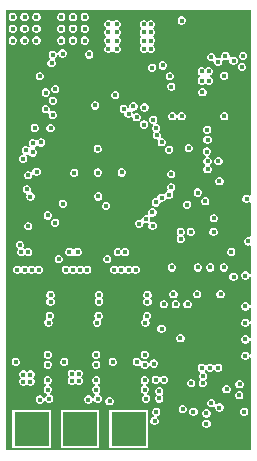
<source format=gbr>
%TF.GenerationSoftware,Altium Limited,Altium Designer,24.6.1 (21)*%
G04 Layer_Physical_Order=4*
G04 Layer_Color=16776960*
%FSLAX26Y26*%
%MOIN*%
%TF.SameCoordinates,E3325630-42F2-41CE-953C-F4D0AC061200*%
%TF.FilePolarity,Positive*%
%TF.FileFunction,Copper,L4,Inr,Signal*%
%TF.Part,Single*%
G01*
G75*
%TA.AperFunction,SMDPad,CuDef*%
%ADD14R,0.118110X0.118110*%
%TA.AperFunction,ViaPad*%
%ADD40C,0.017716*%
G36*
X821360Y854916D02*
X816360Y852845D01*
X814937Y854268D01*
X809843Y856378D01*
X804330D01*
X799237Y854268D01*
X795338Y850370D01*
X793228Y845276D01*
Y839763D01*
X795338Y834670D01*
X799237Y830771D01*
X804330Y828662D01*
X809843D01*
X814937Y830771D01*
X816360Y832195D01*
X821360Y830124D01*
Y717701D01*
X816360Y714360D01*
X815670Y714646D01*
X810157D01*
X805064Y712536D01*
X801165Y708637D01*
X799056Y703544D01*
Y698031D01*
X801165Y692937D01*
X805064Y689039D01*
X810157Y686929D01*
X815670D01*
X816360Y687215D01*
X821360Y683874D01*
Y591929D01*
X816360Y590934D01*
X814898Y594464D01*
X811000Y598363D01*
X805906Y600472D01*
X800393D01*
X795300Y598363D01*
X791401Y594464D01*
X789291Y589371D01*
Y583858D01*
X791401Y578764D01*
X795300Y574866D01*
X800393Y572756D01*
X805906D01*
X811000Y574866D01*
X814898Y578764D01*
X816360Y582294D01*
X821360Y581299D01*
Y489567D01*
X816360Y488572D01*
X814898Y492102D01*
X811000Y496000D01*
X805906Y498110D01*
X800393D01*
X795300Y496000D01*
X791401Y492102D01*
X789291Y487009D01*
Y481495D01*
X791401Y476402D01*
X795300Y472504D01*
X800393Y470394D01*
X805906D01*
X811000Y472504D01*
X814898Y476402D01*
X816360Y479932D01*
X821360Y478937D01*
Y434449D01*
X816360Y433454D01*
X814898Y436984D01*
X811000Y440882D01*
X805906Y442992D01*
X800393D01*
X795300Y440882D01*
X791401Y436984D01*
X789291Y431890D01*
Y426377D01*
X791401Y421284D01*
X795300Y417385D01*
X800393Y415276D01*
X805906D01*
X811000Y417385D01*
X814898Y421284D01*
X816360Y424814D01*
X821360Y423819D01*
Y379330D01*
X816360Y378336D01*
X814898Y381866D01*
X811000Y385764D01*
X805906Y387874D01*
X800393D01*
X795300Y385764D01*
X791401Y381866D01*
X789291Y376772D01*
Y371259D01*
X791401Y366166D01*
X795300Y362267D01*
X800393Y360158D01*
X805906D01*
X811000Y362267D01*
X814898Y366166D01*
X816360Y369696D01*
X821360Y368701D01*
Y324212D01*
X816360Y323218D01*
X814898Y326748D01*
X811000Y330646D01*
X805906Y332756D01*
X800393D01*
X795300Y330646D01*
X791401Y326748D01*
X789291Y321654D01*
Y316141D01*
X791401Y311048D01*
X795300Y307149D01*
X800393Y305039D01*
X805906D01*
X811000Y307149D01*
X814898Y311048D01*
X816360Y314577D01*
X821360Y313583D01*
Y5412D01*
X5412D01*
Y1470967D01*
X821360D01*
Y854916D01*
D02*
G37*
%LPC*%
G36*
X191733Y1462677D02*
X186220D01*
X181126Y1460567D01*
X177228Y1456669D01*
X175118Y1451575D01*
Y1446062D01*
X177228Y1440969D01*
X181126Y1437071D01*
X186220Y1434961D01*
X191733D01*
X196827Y1437071D01*
X200725Y1440969D01*
X202835Y1446062D01*
Y1451575D01*
X200725Y1456669D01*
X196827Y1460567D01*
X191733Y1462677D01*
D02*
G37*
G36*
X30316D02*
X24802D01*
X19709Y1460567D01*
X15811Y1456669D01*
X13701Y1451575D01*
Y1446062D01*
X15811Y1440969D01*
X19709Y1437071D01*
X24802Y1434961D01*
X30316D01*
X35409Y1437071D01*
X39307Y1440969D01*
X41417Y1446062D01*
Y1451575D01*
X39307Y1456669D01*
X35409Y1460567D01*
X30316Y1462677D01*
D02*
G37*
G36*
X270473Y1462677D02*
X264960D01*
X259867Y1460567D01*
X255968Y1456669D01*
X253858Y1451575D01*
Y1446062D01*
X255968Y1440969D01*
X259867Y1437070D01*
X264960Y1434961D01*
X270473D01*
X275567Y1437070D01*
X279465Y1440969D01*
X281575Y1446062D01*
Y1451575D01*
X279465Y1456669D01*
X275567Y1460567D01*
X270473Y1462677D01*
D02*
G37*
G36*
X231103D02*
X225590D01*
X220496Y1460567D01*
X216598Y1456669D01*
X214488Y1451575D01*
Y1446062D01*
X216598Y1440969D01*
X220496Y1437070D01*
X225590Y1434961D01*
X231103D01*
X236196Y1437070D01*
X240095Y1440969D01*
X242205Y1446062D01*
Y1451575D01*
X240095Y1456669D01*
X236196Y1460567D01*
X231103Y1462677D01*
D02*
G37*
G36*
X109056D02*
X103543D01*
X98449Y1460567D01*
X94551Y1456669D01*
X92441Y1451575D01*
Y1446062D01*
X94551Y1440969D01*
X98449Y1437070D01*
X103543Y1434961D01*
X109056D01*
X114149Y1437070D01*
X118048Y1440969D01*
X120157Y1446062D01*
Y1451575D01*
X118048Y1456669D01*
X114149Y1460567D01*
X109056Y1462677D01*
D02*
G37*
G36*
X69686D02*
X64172D01*
X59079Y1460567D01*
X55181Y1456669D01*
X53071Y1451575D01*
Y1446062D01*
X55181Y1440969D01*
X59079Y1437070D01*
X64172Y1434961D01*
X69686D01*
X74779Y1437070D01*
X78677Y1440969D01*
X80787Y1446062D01*
Y1451575D01*
X78677Y1456669D01*
X74779Y1460567D01*
X69686Y1462677D01*
D02*
G37*
G36*
X376772Y1439055D02*
X371259D01*
X366166Y1436945D01*
X363222Y1434001D01*
X360236Y1433433D01*
X357251Y1434001D01*
X354307Y1436945D01*
X349213Y1439055D01*
X343700D01*
X338607Y1436945D01*
X334708Y1433047D01*
X332599Y1427954D01*
Y1422440D01*
X334708Y1417347D01*
X337652Y1414403D01*
X338220Y1411417D01*
X337652Y1408432D01*
X334708Y1405488D01*
X332599Y1400394D01*
Y1394881D01*
X334708Y1389788D01*
X337652Y1386844D01*
X338220Y1383858D01*
X337652Y1380873D01*
X334708Y1377929D01*
X332599Y1372835D01*
Y1367322D01*
X334708Y1362229D01*
X337652Y1359285D01*
X338220Y1356299D01*
X337652Y1353314D01*
X334708Y1350370D01*
X332599Y1345276D01*
Y1339763D01*
X334708Y1334670D01*
X338607Y1330771D01*
X343700Y1328661D01*
X349213D01*
X354307Y1330771D01*
X357251Y1333715D01*
X360236Y1334283D01*
X363222Y1333715D01*
X366166Y1330771D01*
X371259Y1328661D01*
X376772D01*
X381866Y1330771D01*
X385764Y1334670D01*
X387874Y1339763D01*
Y1345276D01*
X385764Y1350370D01*
X382820Y1353314D01*
X382252Y1356299D01*
X382820Y1359285D01*
X385764Y1362229D01*
X387874Y1367322D01*
Y1372835D01*
X385764Y1377929D01*
X382820Y1380873D01*
X382252Y1383858D01*
X382820Y1386844D01*
X385764Y1389788D01*
X387874Y1394881D01*
Y1400394D01*
X385764Y1405488D01*
X382820Y1408432D01*
X382252Y1411417D01*
X382820Y1414403D01*
X385764Y1417347D01*
X387874Y1422440D01*
Y1427954D01*
X385764Y1433047D01*
X381866Y1436945D01*
X376772Y1439055D01*
D02*
G37*
G36*
X490945D02*
X485432D01*
X480339Y1436945D01*
X479644Y1436251D01*
X476378Y1433107D01*
X473111Y1436251D01*
X472417Y1436945D01*
X467324Y1439055D01*
X461810D01*
X456717Y1436945D01*
X452818Y1433047D01*
X450709Y1427954D01*
Y1422440D01*
X452818Y1417347D01*
X455762Y1414403D01*
X456330Y1411417D01*
X455762Y1408432D01*
X452818Y1405488D01*
X450709Y1400394D01*
Y1394881D01*
X452818Y1389788D01*
X455762Y1386844D01*
X456330Y1383858D01*
X455762Y1380873D01*
X452818Y1377929D01*
X450709Y1372835D01*
Y1367322D01*
X452818Y1362229D01*
X455762Y1359285D01*
X456330Y1356299D01*
X455762Y1353314D01*
X452818Y1350370D01*
X450709Y1345276D01*
Y1339763D01*
X452818Y1334670D01*
X456717Y1330771D01*
X461810Y1328661D01*
X467324D01*
X472417Y1330771D01*
X473111Y1331466D01*
X476378Y1334609D01*
X479644Y1331466D01*
X480339Y1330771D01*
X485432Y1328661D01*
X490945D01*
X496039Y1330771D01*
X499937Y1334670D01*
X502047Y1339763D01*
Y1345276D01*
X499937Y1350370D01*
X496993Y1353314D01*
X496425Y1356299D01*
X496993Y1359285D01*
X499937Y1362229D01*
X502047Y1367322D01*
Y1372835D01*
X499937Y1377929D01*
X496993Y1380873D01*
X496425Y1383858D01*
X496993Y1386844D01*
X499937Y1389788D01*
X502047Y1394881D01*
Y1400394D01*
X499937Y1405488D01*
X496993Y1408432D01*
X496425Y1411417D01*
X496993Y1414403D01*
X499937Y1417347D01*
X502047Y1422440D01*
Y1427954D01*
X499937Y1433047D01*
X496039Y1436945D01*
X490945Y1439055D01*
D02*
G37*
G36*
X593308Y1450866D02*
X587795D01*
X582701Y1448756D01*
X578803Y1444858D01*
X576693Y1439764D01*
Y1434251D01*
X578803Y1429158D01*
X582701Y1425259D01*
X587795Y1423150D01*
X593308D01*
X598401Y1425259D01*
X602300Y1429158D01*
X604409Y1434251D01*
Y1439764D01*
X602300Y1444858D01*
X598401Y1448756D01*
X593308Y1450866D01*
D02*
G37*
G36*
X270473Y1423307D02*
X264960D01*
X259866Y1421197D01*
X255968Y1417299D01*
X253858Y1412205D01*
Y1406692D01*
X255968Y1401599D01*
X259866Y1397700D01*
X264960Y1395591D01*
X270473D01*
X275567Y1397700D01*
X279465Y1401599D01*
X281575Y1406692D01*
Y1412205D01*
X279465Y1417299D01*
X275567Y1421197D01*
X270473Y1423307D01*
D02*
G37*
G36*
X231103D02*
X225590D01*
X220496Y1421197D01*
X216598Y1417299D01*
X214488Y1412205D01*
Y1406692D01*
X216598Y1401599D01*
X220496Y1397700D01*
X225590Y1395591D01*
X231103D01*
X236196Y1397700D01*
X240095Y1401599D01*
X242205Y1406692D01*
Y1412205D01*
X240095Y1417299D01*
X236196Y1421197D01*
X231103Y1423307D01*
D02*
G37*
G36*
X191733D02*
X186220D01*
X181126Y1421197D01*
X177228Y1417299D01*
X175118Y1412205D01*
Y1406692D01*
X177228Y1401599D01*
X181126Y1397700D01*
X186220Y1395591D01*
X191733D01*
X196827Y1397700D01*
X200725Y1401599D01*
X202835Y1406692D01*
Y1412205D01*
X200725Y1417299D01*
X196827Y1421197D01*
X191733Y1423307D01*
D02*
G37*
G36*
X109056D02*
X103543D01*
X98449Y1421197D01*
X94551Y1417299D01*
X92441Y1412205D01*
Y1406692D01*
X94551Y1401599D01*
X98449Y1397700D01*
X103543Y1395591D01*
X109056D01*
X114149Y1397700D01*
X118047Y1401599D01*
X120157Y1406692D01*
Y1412205D01*
X118047Y1417299D01*
X114149Y1421197D01*
X109056Y1423307D01*
D02*
G37*
G36*
X69686D02*
X64172D01*
X59079Y1421197D01*
X55181Y1417299D01*
X53071Y1412205D01*
Y1406692D01*
X55181Y1401599D01*
X59079Y1397700D01*
X64172Y1395591D01*
X69686D01*
X74779Y1397700D01*
X78677Y1401599D01*
X80787Y1406692D01*
Y1412205D01*
X78677Y1417299D01*
X74779Y1421197D01*
X69686Y1423307D01*
D02*
G37*
G36*
X30316D02*
X24802D01*
X19709Y1421197D01*
X15811Y1417299D01*
X13701Y1412205D01*
Y1406692D01*
X15811Y1401599D01*
X19709Y1397700D01*
X24802Y1395591D01*
X30316D01*
X35409Y1397700D01*
X39307Y1401599D01*
X41417Y1406692D01*
Y1412205D01*
X39307Y1417299D01*
X35409Y1421197D01*
X30316Y1423307D01*
D02*
G37*
G36*
X231103Y1383937D02*
X225590D01*
X220496Y1381827D01*
X216598Y1377929D01*
X214488Y1372835D01*
Y1367322D01*
X216598Y1362229D01*
X220496Y1358330D01*
X225590Y1356221D01*
X231103D01*
X236196Y1358330D01*
X240095Y1362229D01*
X242205Y1367322D01*
Y1372835D01*
X240095Y1377929D01*
X236196Y1381827D01*
X231103Y1383937D01*
D02*
G37*
G36*
X191733D02*
X186220D01*
X181126Y1381827D01*
X177228Y1377929D01*
X175118Y1372835D01*
Y1367322D01*
X177228Y1362229D01*
X181126Y1358330D01*
X186220Y1356221D01*
X191733D01*
X196826Y1358330D01*
X200725Y1362229D01*
X202835Y1367322D01*
Y1372835D01*
X200725Y1377929D01*
X196826Y1381827D01*
X191733Y1383937D01*
D02*
G37*
G36*
X69686D02*
X64172D01*
X59079Y1381827D01*
X55181Y1377929D01*
X53071Y1372835D01*
Y1367322D01*
X55181Y1362229D01*
X59079Y1358330D01*
X64172Y1356221D01*
X69686D01*
X74779Y1358330D01*
X78677Y1362229D01*
X80787Y1367322D01*
Y1372835D01*
X78677Y1377929D01*
X74779Y1381827D01*
X69686Y1383937D01*
D02*
G37*
G36*
X30316D02*
X24802D01*
X19709Y1381827D01*
X15811Y1377929D01*
X13701Y1372835D01*
Y1367322D01*
X15811Y1362229D01*
X19709Y1358330D01*
X24802Y1356221D01*
X30316D01*
X35409Y1358330D01*
X39307Y1362229D01*
X41417Y1367322D01*
Y1372835D01*
X39307Y1377929D01*
X35409Y1381827D01*
X30316Y1383937D01*
D02*
G37*
G36*
X270473Y1383937D02*
X264960D01*
X259866Y1381827D01*
X255968Y1377929D01*
X253858Y1372835D01*
Y1367322D01*
X255968Y1362229D01*
X259866Y1358330D01*
X264960Y1356220D01*
X270473D01*
X275567Y1358330D01*
X279465Y1362229D01*
X281575Y1367322D01*
Y1372835D01*
X279465Y1377929D01*
X275567Y1381827D01*
X270473Y1383937D01*
D02*
G37*
G36*
X109056D02*
X103543D01*
X98449Y1381827D01*
X94551Y1377929D01*
X92441Y1372835D01*
Y1367322D01*
X94551Y1362229D01*
X98449Y1358330D01*
X103543Y1356220D01*
X109056D01*
X114149Y1358330D01*
X118047Y1362229D01*
X120157Y1367322D01*
Y1372835D01*
X118047Y1377929D01*
X114149Y1381827D01*
X109056Y1383937D01*
D02*
G37*
G36*
X196497Y1340630D02*
X190983D01*
X185890Y1338520D01*
X181992Y1334622D01*
X179882Y1329528D01*
Y1327853D01*
X179882Y1327536D01*
X174882Y1326542D01*
X174672Y1327048D01*
X173166Y1330685D01*
X169267Y1334583D01*
X164174Y1336693D01*
X158661D01*
X153567Y1334583D01*
X149669Y1330685D01*
X147559Y1325591D01*
Y1320078D01*
X149669Y1314985D01*
X151484Y1313169D01*
X150509Y1307353D01*
X149025Y1306738D01*
X145127Y1302840D01*
X143017Y1297747D01*
Y1292234D01*
X145127Y1287140D01*
X149025Y1283242D01*
X154118Y1281132D01*
X159632D01*
X164725Y1283242D01*
X168623Y1287140D01*
X170733Y1292234D01*
Y1297747D01*
X168623Y1302840D01*
X166808Y1304656D01*
X167784Y1310472D01*
X169267Y1311086D01*
X173166Y1314985D01*
X175275Y1320078D01*
Y1321753D01*
X175276Y1322070D01*
X180275Y1323065D01*
X180485Y1322558D01*
X181992Y1318922D01*
X185890Y1315023D01*
X190983Y1312914D01*
X196497D01*
X201590Y1315023D01*
X205488Y1318922D01*
X207598Y1324015D01*
Y1329528D01*
X205488Y1334622D01*
X201590Y1338520D01*
X196497Y1340630D01*
D02*
G37*
G36*
X738977Y1332756D02*
X733464D01*
X728370Y1330646D01*
X724472Y1326748D01*
X722362Y1321654D01*
Y1316141D01*
X722759Y1315183D01*
X718816Y1311637D01*
X715355Y1313071D01*
X709842D01*
X707835Y1312239D01*
X702835Y1315580D01*
Y1317717D01*
X700725Y1322811D01*
X696826Y1326709D01*
X691733Y1328819D01*
X686220D01*
X681126Y1326709D01*
X677228Y1322811D01*
X675118Y1317717D01*
Y1312204D01*
X677228Y1307111D01*
X681126Y1303212D01*
X686220Y1301102D01*
X691733D01*
X693740Y1301934D01*
X698740Y1298593D01*
Y1296456D01*
X700850Y1291363D01*
X704748Y1287464D01*
X709842Y1285354D01*
X715355D01*
X720448Y1287464D01*
X724347Y1291363D01*
X726457Y1296456D01*
Y1301969D01*
X726060Y1302927D01*
X730003Y1306473D01*
X733464Y1305039D01*
X738977D01*
X744071Y1307149D01*
X745698Y1308777D01*
X749937Y1305945D01*
X749921Y1305906D01*
Y1300393D01*
X752031Y1295300D01*
X755929Y1291401D01*
X761023Y1289291D01*
X766536D01*
X771630Y1291401D01*
X775528Y1295300D01*
X777638Y1300393D01*
Y1305906D01*
X775528Y1311000D01*
X771630Y1314898D01*
X766536Y1317008D01*
X761023D01*
X755929Y1314898D01*
X754302Y1313270D01*
X750063Y1316102D01*
X750079Y1316141D01*
Y1321654D01*
X747969Y1326748D01*
X744071Y1330646D01*
X738977Y1332756D01*
D02*
G37*
G36*
X285092Y1337835D02*
X279579D01*
X274486Y1335725D01*
X270587Y1331826D01*
X268478Y1326733D01*
Y1321220D01*
X270587Y1316127D01*
X274486Y1312228D01*
X279579Y1310118D01*
X285092D01*
X290186Y1312228D01*
X294084Y1316127D01*
X296194Y1321220D01*
Y1326733D01*
X294084Y1331826D01*
X290186Y1335725D01*
X285092Y1337835D01*
D02*
G37*
G36*
X798032Y1332756D02*
X792519D01*
X787426Y1330646D01*
X783527Y1326748D01*
X781417Y1321654D01*
Y1316141D01*
X783527Y1311048D01*
X787426Y1307149D01*
X792519Y1305039D01*
X798032D01*
X803126Y1307149D01*
X807024Y1311048D01*
X809134Y1316141D01*
Y1321654D01*
X807024Y1326748D01*
X803126Y1330646D01*
X798032Y1332756D01*
D02*
G37*
G36*
X683859Y1281575D02*
X678346D01*
X673252Y1279465D01*
X672558Y1278770D01*
X669291Y1275627D01*
X666025Y1278770D01*
X665330Y1279465D01*
X660237Y1281575D01*
X654724D01*
X649630Y1279465D01*
X645732Y1275566D01*
X643622Y1270473D01*
Y1264960D01*
X645732Y1259867D01*
X649630Y1255968D01*
X652753Y1254675D01*
Y1249262D01*
X649630Y1247969D01*
X645732Y1244070D01*
X643622Y1238977D01*
Y1233464D01*
X645732Y1228370D01*
X649630Y1224472D01*
X654724Y1222362D01*
X660237D01*
X665330Y1224472D01*
X666025Y1225167D01*
X669291Y1228310D01*
X672558Y1225167D01*
X673252Y1224472D01*
X678346Y1222362D01*
X683859D01*
X688952Y1224472D01*
X692851Y1228370D01*
X694961Y1233464D01*
Y1238977D01*
X692851Y1244070D01*
X688952Y1247969D01*
X685829Y1249262D01*
Y1254675D01*
X688952Y1255968D01*
X692851Y1259867D01*
X694961Y1264960D01*
Y1270473D01*
X692851Y1275566D01*
X688952Y1279465D01*
X683859Y1281575D01*
D02*
G37*
G36*
X530316Y1301260D02*
X524803D01*
X519709Y1299150D01*
X515811Y1295252D01*
X513701Y1290158D01*
Y1284645D01*
X515811Y1279552D01*
X519709Y1275653D01*
X524803Y1273543D01*
X530316D01*
X535409Y1275653D01*
X539308Y1279552D01*
X541417Y1284645D01*
Y1290158D01*
X539308Y1295252D01*
X535409Y1299150D01*
X530316Y1301260D01*
D02*
G37*
G36*
X794095Y1296339D02*
X788582D01*
X783489Y1294229D01*
X779590Y1290330D01*
X777481Y1285237D01*
Y1279724D01*
X779590Y1274630D01*
X783489Y1270732D01*
X788582Y1268622D01*
X794095D01*
X799189Y1270732D01*
X803087Y1274630D01*
X805197Y1279724D01*
Y1285237D01*
X803087Y1290330D01*
X799189Y1294229D01*
X794095Y1296339D01*
D02*
G37*
G36*
X494883Y1293386D02*
X489369D01*
X484276Y1291276D01*
X480378Y1287378D01*
X478268Y1282284D01*
Y1276771D01*
X480378Y1271678D01*
X484276Y1267779D01*
X489369Y1265669D01*
X494883D01*
X499976Y1267779D01*
X503874Y1271678D01*
X505984Y1276771D01*
Y1282284D01*
X503874Y1287378D01*
X499976Y1291276D01*
X494883Y1293386D01*
D02*
G37*
G36*
X735040Y1266811D02*
X729527D01*
X724433Y1264701D01*
X720535Y1260803D01*
X718425Y1255709D01*
Y1250196D01*
X720535Y1245103D01*
X724433Y1241204D01*
X729527Y1239095D01*
X735040D01*
X740134Y1241204D01*
X744032Y1245103D01*
X746142Y1250196D01*
Y1255709D01*
X744032Y1260803D01*
X740134Y1264701D01*
X735040Y1266811D01*
D02*
G37*
G36*
X553938Y1265827D02*
X548424D01*
X543331Y1263717D01*
X539433Y1259819D01*
X537323Y1254725D01*
Y1249212D01*
X539433Y1244119D01*
X543331Y1240220D01*
X548424Y1238110D01*
X553938D01*
X559031Y1240220D01*
X562929Y1244119D01*
X565039Y1249212D01*
Y1254725D01*
X562929Y1259819D01*
X559031Y1263717D01*
X553938Y1265827D01*
D02*
G37*
G36*
X120867D02*
X115354D01*
X110260Y1263717D01*
X106362Y1259819D01*
X104252Y1254725D01*
Y1249212D01*
X106362Y1244119D01*
X110260Y1240220D01*
X115354Y1238110D01*
X120867D01*
X125960Y1240220D01*
X129859Y1244119D01*
X131968Y1249212D01*
Y1254725D01*
X129859Y1259819D01*
X125960Y1263717D01*
X120867Y1265827D01*
D02*
G37*
G36*
X558859Y1230393D02*
X553346D01*
X548252Y1228284D01*
X544354Y1224385D01*
X542244Y1219292D01*
Y1213779D01*
X544354Y1208685D01*
X548252Y1204787D01*
X553346Y1202677D01*
X558859D01*
X563952Y1204787D01*
X567851Y1208685D01*
X569961Y1213779D01*
Y1219292D01*
X567851Y1224385D01*
X563952Y1228284D01*
X558859Y1230393D01*
D02*
G37*
G36*
X172048Y1222520D02*
X166535D01*
X161441Y1220410D01*
X157543Y1216511D01*
X155433Y1211418D01*
Y1205905D01*
X157543Y1200811D01*
X161441Y1196913D01*
X166535Y1194803D01*
X172048D01*
X177141Y1196913D01*
X181040Y1200811D01*
X183149Y1205905D01*
Y1211418D01*
X181040Y1216511D01*
X177141Y1220410D01*
X172048Y1222520D01*
D02*
G37*
G36*
X662599Y1211496D02*
X657086D01*
X651992Y1209386D01*
X648094Y1205488D01*
X645984Y1200394D01*
Y1194881D01*
X648094Y1189788D01*
X651992Y1185889D01*
X657086Y1183780D01*
X662599D01*
X667692Y1185889D01*
X671591Y1189788D01*
X673701Y1194881D01*
Y1200394D01*
X671591Y1205488D01*
X667692Y1209386D01*
X662599Y1211496D01*
D02*
G37*
G36*
X140552Y1210708D02*
X135039D01*
X129945Y1208599D01*
X126047Y1204700D01*
X123937Y1199607D01*
Y1194094D01*
X126047Y1189000D01*
X129945Y1185102D01*
X135039Y1182992D01*
X140552D01*
X145645Y1185102D01*
X149544Y1189000D01*
X151654Y1194094D01*
Y1199607D01*
X149544Y1204700D01*
X145645Y1208599D01*
X140552Y1210708D01*
D02*
G37*
G36*
X371655Y1202480D02*
X366142D01*
X361048Y1200370D01*
X357150Y1196472D01*
X355040Y1191378D01*
Y1185865D01*
X357150Y1180772D01*
X361048Y1176873D01*
X366142Y1174763D01*
X371655D01*
X376748Y1176873D01*
X380647Y1180772D01*
X382757Y1185865D01*
Y1191378D01*
X380647Y1196472D01*
X376748Y1200370D01*
X371655Y1202480D01*
D02*
G37*
G36*
X164174Y1183149D02*
X158661D01*
X153567Y1181040D01*
X149669Y1177141D01*
X147559Y1172048D01*
Y1166535D01*
X149669Y1161441D01*
X153567Y1157543D01*
X158661Y1155433D01*
X164174D01*
X169267Y1157543D01*
X173166Y1161441D01*
X175275Y1166535D01*
Y1172048D01*
X173166Y1177141D01*
X169267Y1181040D01*
X164174Y1183149D01*
D02*
G37*
G36*
X432714Y1164317D02*
X427201D01*
X422107Y1162207D01*
X418209Y1158309D01*
X416099Y1153215D01*
Y1147702D01*
X416143Y1147597D01*
X412418Y1143524D01*
X411181Y1143911D01*
Y1144804D01*
X409071Y1149897D01*
X405173Y1153796D01*
X400079Y1155905D01*
X394566D01*
X389473Y1153796D01*
X385574Y1149897D01*
X383465Y1144804D01*
Y1139291D01*
X385574Y1134197D01*
X389473Y1130299D01*
X394566Y1128189D01*
X399528D01*
Y1123228D01*
X401637Y1118134D01*
X405536Y1114236D01*
X410629Y1112126D01*
X416142D01*
X421236Y1114236D01*
X421649Y1114649D01*
X426649Y1112578D01*
Y1111855D01*
X428758Y1106761D01*
X432657Y1102863D01*
X437750Y1100753D01*
X443263D01*
X448357Y1102863D01*
X452255Y1106761D01*
X454365Y1111855D01*
Y1117368D01*
X452255Y1122461D01*
X448357Y1126360D01*
X443263Y1128469D01*
X437750D01*
X432657Y1126360D01*
X432244Y1125947D01*
X427478Y1127921D01*
X426147Y1132638D01*
X428814Y1136475D01*
X428988Y1136600D01*
X432714D01*
X437807Y1138710D01*
X441706Y1142609D01*
X443816Y1147702D01*
Y1153215D01*
X441706Y1158309D01*
X437807Y1162207D01*
X432714Y1164317D01*
D02*
G37*
G36*
X304611Y1168012D02*
X299098D01*
X294005Y1165902D01*
X290106Y1162004D01*
X287996Y1156910D01*
Y1151397D01*
X290106Y1146304D01*
X294005Y1142405D01*
X299098Y1140295D01*
X304611D01*
X309705Y1142405D01*
X313603Y1146304D01*
X315713Y1151397D01*
Y1156910D01*
X313603Y1162004D01*
X309705Y1165902D01*
X304611Y1168012D01*
D02*
G37*
G36*
X469292Y1160512D02*
X463779D01*
X458685Y1158402D01*
X454787Y1154504D01*
X452677Y1149410D01*
Y1143897D01*
X454787Y1138803D01*
X458685Y1134905D01*
X463779Y1132795D01*
X469292D01*
X474385Y1134905D01*
X478284Y1138803D01*
X480394Y1143897D01*
Y1149410D01*
X478284Y1154504D01*
X474385Y1158402D01*
X469292Y1160512D01*
D02*
G37*
G36*
X593308Y1131968D02*
X587795D01*
X582701Y1129859D01*
X578803Y1125960D01*
X577509Y1122837D01*
X572097D01*
X570803Y1125960D01*
X566905Y1129859D01*
X561812Y1131968D01*
X556298D01*
X551205Y1129859D01*
X547307Y1125960D01*
X545197Y1120867D01*
Y1115354D01*
X547307Y1110260D01*
X551205Y1106362D01*
X556298Y1104252D01*
X561812D01*
X566905Y1106362D01*
X570803Y1110260D01*
X572097Y1113383D01*
X577509D01*
X578803Y1110260D01*
X582701Y1106362D01*
X587795Y1104252D01*
X593308D01*
X598401Y1106362D01*
X602300Y1110260D01*
X604409Y1115354D01*
Y1120867D01*
X602300Y1125960D01*
X598401Y1129859D01*
X593308Y1131968D01*
D02*
G37*
G36*
X140552Y1155590D02*
X135039D01*
X129945Y1153481D01*
X126047Y1149582D01*
X123937Y1144489D01*
Y1138976D01*
X126047Y1133882D01*
X129945Y1129984D01*
X135039Y1127874D01*
X140552D01*
X144013Y1129307D01*
X147956Y1125761D01*
X147559Y1124804D01*
Y1119291D01*
X149669Y1114197D01*
X153567Y1110299D01*
X158661Y1108189D01*
X164174D01*
X169267Y1110299D01*
X173166Y1114197D01*
X175275Y1119291D01*
Y1124804D01*
X173166Y1129897D01*
X169267Y1133796D01*
X164174Y1135905D01*
X158661D01*
X155200Y1134472D01*
X151257Y1138018D01*
X151654Y1138976D01*
Y1144489D01*
X149544Y1149582D01*
X145645Y1153481D01*
X140552Y1155590D01*
D02*
G37*
G36*
X735039Y1131966D02*
X729525D01*
X724432Y1129856D01*
X720534Y1125958D01*
X718424Y1120864D01*
Y1115351D01*
X720534Y1110258D01*
X724432Y1106360D01*
X729525Y1104250D01*
X735039D01*
X740132Y1106360D01*
X744030Y1110258D01*
X746140Y1115351D01*
Y1120864D01*
X744030Y1125958D01*
X740132Y1129856D01*
X735039Y1131966D01*
D02*
G37*
G36*
X467762Y1103971D02*
X462248D01*
X457155Y1101861D01*
X453257Y1097963D01*
X451147Y1092870D01*
Y1087357D01*
X453257Y1082263D01*
X457155Y1078365D01*
X462248Y1076255D01*
X467762D01*
X472855Y1078365D01*
X476753Y1082263D01*
X478863Y1087357D01*
Y1092870D01*
X476753Y1097963D01*
X472855Y1101861D01*
X467762Y1103971D01*
D02*
G37*
G36*
X103544Y1092598D02*
X98031D01*
X92937Y1090489D01*
X89039Y1086590D01*
X86929Y1081497D01*
Y1075984D01*
X89039Y1070890D01*
X92937Y1066992D01*
X98031Y1064882D01*
X103544D01*
X108637Y1066992D01*
X112536Y1070890D01*
X114646Y1075984D01*
Y1081497D01*
X112536Y1086590D01*
X108637Y1090489D01*
X103544Y1092598D01*
D02*
G37*
G36*
X156300Y1092520D02*
X150787D01*
X145693Y1090410D01*
X141795Y1086511D01*
X139685Y1081418D01*
Y1075905D01*
X141795Y1070811D01*
X145693Y1066913D01*
X150787Y1064803D01*
X156300D01*
X161393Y1066913D01*
X165292Y1070811D01*
X167401Y1075905D01*
Y1081418D01*
X165292Y1086511D01*
X161393Y1090410D01*
X156300Y1092520D01*
D02*
G37*
G36*
X678416Y1086718D02*
X672903D01*
X667809Y1084609D01*
X663911Y1080710D01*
X661801Y1075617D01*
Y1070104D01*
X663911Y1065010D01*
X667809Y1061112D01*
X672903Y1059002D01*
X678416D01*
X683509Y1061112D01*
X687408Y1065010D01*
X689518Y1070104D01*
Y1075617D01*
X687408Y1080710D01*
X683509Y1084609D01*
X678416Y1086718D01*
D02*
G37*
G36*
X124642Y1044744D02*
X119129D01*
X114035Y1042634D01*
X110137Y1038736D01*
X109998Y1038400D01*
X104193Y1037452D01*
X102338Y1039307D01*
X97245Y1041417D01*
X91732D01*
X86638Y1039307D01*
X82740Y1035409D01*
X80630Y1030316D01*
Y1024803D01*
X82740Y1019709D01*
X85281Y1017168D01*
X84869Y1014713D01*
X80547Y1013855D01*
X78716Y1015685D01*
X73623Y1017795D01*
X68109D01*
X63016Y1015685D01*
X59118Y1011787D01*
X57008Y1006694D01*
Y1001180D01*
X59118Y996087D01*
X60299Y994906D01*
X60092Y993045D01*
X58672Y989462D01*
X54651Y987796D01*
X50752Y983898D01*
X48643Y978804D01*
Y973291D01*
X50752Y968198D01*
X54651Y964299D01*
X59744Y962189D01*
X65257D01*
X70351Y964299D01*
X74249Y968198D01*
X76359Y973291D01*
Y978804D01*
X74249Y983898D01*
X73068Y985079D01*
X73275Y986940D01*
X74695Y990523D01*
X76665Y991339D01*
X82740Y989738D01*
X86638Y985840D01*
X91732Y983730D01*
X97245D01*
X102338Y985840D01*
X106237Y989738D01*
X108346Y994832D01*
Y1000345D01*
X106237Y1005438D01*
X102338Y1009337D01*
X101056Y1009868D01*
Y1015280D01*
X102338Y1015811D01*
X106237Y1019709D01*
X106376Y1020045D01*
X112180Y1020992D01*
X114035Y1019137D01*
X119129Y1017028D01*
X124642D01*
X129735Y1019137D01*
X133634Y1023036D01*
X135744Y1028129D01*
Y1033642D01*
X133634Y1038736D01*
X129735Y1042634D01*
X124642Y1044744D01*
D02*
G37*
G36*
X679922Y1053228D02*
X674409D01*
X669315Y1051118D01*
X665417Y1047220D01*
X663307Y1042127D01*
Y1036613D01*
X665417Y1031520D01*
X669315Y1027622D01*
X674409Y1025512D01*
X679922D01*
X685015Y1027622D01*
X688914Y1031520D01*
X691024Y1036613D01*
Y1042127D01*
X688914Y1047220D01*
X685015Y1051118D01*
X679922Y1053228D01*
D02*
G37*
G36*
X498820Y1120157D02*
X493306D01*
X488213Y1118048D01*
X484315Y1114149D01*
X482205Y1109056D01*
Y1103543D01*
X484315Y1098449D01*
X488213Y1094551D01*
X493306Y1092441D01*
X493942D01*
X496013Y1087441D01*
X494173Y1085600D01*
X492063Y1080507D01*
Y1074994D01*
X494173Y1069900D01*
X498071Y1066002D01*
X498252Y1065094D01*
X496126Y1062968D01*
X494016Y1057875D01*
Y1052361D01*
X496126Y1047268D01*
X500024Y1043370D01*
X505117Y1041260D01*
X508454D01*
X511609Y1036733D01*
X511629Y1036640D01*
X510412Y1033701D01*
Y1028188D01*
X512522Y1023095D01*
X516420Y1019196D01*
X521513Y1017087D01*
X527027D01*
X532120Y1019196D01*
X536018Y1023095D01*
X538128Y1028188D01*
Y1033701D01*
X536018Y1038795D01*
X532120Y1042693D01*
X527027Y1044803D01*
X523690D01*
X520535Y1049330D01*
X520515Y1049422D01*
X521732Y1052361D01*
Y1057875D01*
X519622Y1062968D01*
X515724Y1066866D01*
X515543Y1067774D01*
X517669Y1069900D01*
X519779Y1074994D01*
Y1080507D01*
X517669Y1085600D01*
X513771Y1089499D01*
X508678Y1091609D01*
X508042D01*
X505971Y1096609D01*
X507811Y1098449D01*
X509921Y1103543D01*
Y1109056D01*
X507811Y1114149D01*
X503913Y1118048D01*
X498820Y1120157D01*
D02*
G37*
G36*
X616930Y1025669D02*
X611417D01*
X606323Y1023559D01*
X602425Y1019661D01*
X600315Y1014568D01*
Y1009054D01*
X602425Y1003961D01*
X606323Y1000063D01*
X611417Y997953D01*
X616930D01*
X622023Y1000063D01*
X625922Y1003961D01*
X628031Y1009054D01*
Y1014568D01*
X625922Y1019661D01*
X622023Y1023559D01*
X616930Y1025669D01*
D02*
G37*
G36*
X313304Y1023046D02*
X307790D01*
X302697Y1020936D01*
X298799Y1017037D01*
X296689Y1011944D01*
Y1006431D01*
X298799Y1001337D01*
X302697Y997439D01*
X307790Y995329D01*
X313304D01*
X318397Y997439D01*
X322295Y1001337D01*
X324405Y1006431D01*
Y1011944D01*
X322295Y1017037D01*
X318397Y1020936D01*
X313304Y1023046D01*
D02*
G37*
G36*
X551525Y1020305D02*
X546012D01*
X540918Y1018195D01*
X537020Y1014297D01*
X534910Y1009203D01*
Y1003690D01*
X537020Y998597D01*
X540918Y994698D01*
X546012Y992588D01*
X551525D01*
X556618Y994698D01*
X560517Y998597D01*
X562626Y1003690D01*
Y1009203D01*
X560517Y1014297D01*
X556618Y1018195D01*
X551525Y1020305D01*
D02*
G37*
G36*
X715965Y982362D02*
X710452D01*
X705359Y980252D01*
X701460Y976354D01*
X699351Y971260D01*
Y965747D01*
X701460Y960654D01*
X705359Y956755D01*
X710452Y954646D01*
X715965D01*
X721059Y956755D01*
X724957Y960654D01*
X727067Y965747D01*
Y971260D01*
X724957Y976354D01*
X721059Y980252D01*
X715965Y982362D01*
D02*
G37*
G36*
X109883Y946929D02*
X104369D01*
X99276Y944819D01*
X95378Y940921D01*
X93268Y935827D01*
Y933402D01*
X88268Y931331D01*
X86590Y933008D01*
X81497Y935118D01*
X75984D01*
X70890Y933008D01*
X66992Y929110D01*
X64882Y924016D01*
Y918503D01*
X66992Y913410D01*
X70890Y909511D01*
X75984Y907402D01*
X81497D01*
X86590Y909511D01*
X90489Y913410D01*
X92598Y918503D01*
Y920929D01*
X97598Y923000D01*
X99276Y921322D01*
X104369Y919213D01*
X109883D01*
X114976Y921322D01*
X118874Y925221D01*
X120984Y930314D01*
Y935827D01*
X118874Y940921D01*
X114976Y944819D01*
X109883Y946929D01*
D02*
G37*
G36*
X677560Y1013858D02*
X672047D01*
X666953Y1011748D01*
X663055Y1007850D01*
X660945Y1002756D01*
Y997243D01*
X663055Y992150D01*
X666953Y988251D01*
X671159Y986509D01*
X671818Y983306D01*
X671656Y981303D01*
X669119Y980252D01*
X665220Y976354D01*
X663110Y971260D01*
Y965747D01*
X665220Y960654D01*
X668164Y957710D01*
X668732Y954724D01*
X668164Y951739D01*
X665220Y948795D01*
X663110Y943702D01*
Y938188D01*
X665220Y933095D01*
X669119Y929197D01*
X674212Y927087D01*
X679725D01*
X684818Y929197D01*
X688717Y933095D01*
X690827Y938188D01*
Y943702D01*
X688717Y948795D01*
X685773Y951739D01*
X685205Y954724D01*
X685773Y957710D01*
X688717Y960654D01*
X690827Y965747D01*
Y971260D01*
X688717Y976354D01*
X684818Y980252D01*
X680613Y981994D01*
X679954Y985198D01*
X680116Y987200D01*
X682653Y988251D01*
X686552Y992150D01*
X688661Y997243D01*
Y1002756D01*
X686552Y1007850D01*
X682653Y1011748D01*
X677560Y1013858D01*
D02*
G37*
G36*
X393357Y944782D02*
X387844D01*
X382750Y942672D01*
X378852Y938774D01*
X376742Y933681D01*
Y928167D01*
X378852Y923074D01*
X382750Y919176D01*
X387844Y917066D01*
X393357D01*
X398450Y919176D01*
X402349Y923074D01*
X404459Y928167D01*
Y933681D01*
X402349Y938774D01*
X398450Y942672D01*
X393357Y944782D01*
D02*
G37*
G36*
X314199Y943887D02*
X308685D01*
X303592Y941777D01*
X299694Y937879D01*
X297584Y932785D01*
Y927272D01*
X299694Y922179D01*
X303592Y918280D01*
X308685Y916171D01*
X314199D01*
X319292Y918280D01*
X323190Y922179D01*
X325300Y927272D01*
Y932785D01*
X323190Y937879D01*
X319292Y941777D01*
X314199Y943887D01*
D02*
G37*
G36*
X235040Y942992D02*
X229527D01*
X224434Y940882D01*
X220535Y936984D01*
X218425Y931890D01*
Y926377D01*
X220535Y921284D01*
X224434Y917385D01*
X229527Y915276D01*
X235040D01*
X240133Y917385D01*
X244032Y921284D01*
X246142Y926377D01*
Y931890D01*
X244032Y936984D01*
X240133Y940882D01*
X235040Y942992D01*
D02*
G37*
G36*
X557875Y939055D02*
X552362D01*
X547268Y936945D01*
X543370Y933047D01*
X541260Y927953D01*
Y922440D01*
X543370Y917347D01*
X547268Y913448D01*
X552362Y911339D01*
X557875D01*
X562968Y913448D01*
X566867Y917347D01*
X568976Y922440D01*
Y927953D01*
X566867Y933047D01*
X562968Y936945D01*
X557875Y939055D01*
D02*
G37*
G36*
X719292Y915433D02*
X713779D01*
X708685Y913323D01*
X704787Y909425D01*
X702677Y904331D01*
Y898818D01*
X704787Y893725D01*
X708685Y889826D01*
X713779Y887717D01*
X719292D01*
X724385Y889826D01*
X728284Y893725D01*
X730394Y898818D01*
Y904331D01*
X728284Y909425D01*
X724385Y913323D01*
X719292Y915433D01*
D02*
G37*
G36*
X557875Y895748D02*
X552361D01*
X547268Y893638D01*
X543370Y889740D01*
X541260Y884646D01*
Y879133D01*
X543370Y874040D01*
X541638Y868700D01*
X541241Y868536D01*
X537343Y864638D01*
X535733Y860752D01*
X533077Y859100D01*
X530233Y858513D01*
X526281Y860150D01*
X520768D01*
X515674Y858040D01*
X511776Y854142D01*
X509666Y849048D01*
Y848748D01*
X506694Y844567D01*
X505046Y844567D01*
X501180D01*
X496087Y842457D01*
X492189Y838559D01*
X490079Y833465D01*
Y827952D01*
X492189Y822859D01*
X496087Y818960D01*
X501180Y816850D01*
X506694D01*
X511787Y818960D01*
X515686Y822859D01*
X517795Y827952D01*
Y828253D01*
X520768Y832433D01*
X522415Y832433D01*
X526281D01*
X531374Y834543D01*
X535273Y838442D01*
X536882Y842327D01*
X539538Y843980D01*
X542382Y844566D01*
X546334Y842929D01*
X551848D01*
X556941Y845039D01*
X560839Y848938D01*
X562949Y854031D01*
Y859544D01*
X560839Y864638D01*
X562571Y869977D01*
X562968Y870141D01*
X566866Y874040D01*
X568976Y879133D01*
Y884646D01*
X566866Y889740D01*
X562968Y893638D01*
X557875Y895748D01*
D02*
G37*
G36*
X647245Y877244D02*
X641731D01*
X636638Y875134D01*
X632740Y871236D01*
X630630Y866142D01*
Y860629D01*
X632740Y855536D01*
X636638Y851637D01*
X641731Y849528D01*
X647245D01*
X652338Y851637D01*
X656236Y855536D01*
X658346Y860629D01*
Y866142D01*
X656236Y871236D01*
X652338Y875134D01*
X647245Y877244D01*
D02*
G37*
G36*
X315094Y864729D02*
X309580D01*
X304487Y862619D01*
X300589Y858720D01*
X298479Y853627D01*
Y848114D01*
X300589Y843020D01*
X304487Y839122D01*
X309580Y837012D01*
X315094D01*
X320187Y839122D01*
X324085Y843020D01*
X326195Y848114D01*
Y853627D01*
X324085Y858720D01*
X320187Y862619D01*
X315094Y864729D01*
D02*
G37*
G36*
X77560Y887874D02*
X72047D01*
X66953Y885764D01*
X63055Y881866D01*
X60945Y876772D01*
Y871259D01*
X63055Y866166D01*
X66953Y862267D01*
X70862Y860648D01*
X72130Y859886D01*
X73588Y855158D01*
X72756Y853149D01*
Y847635D01*
X74866Y842542D01*
X78764Y838644D01*
X83857Y836534D01*
X89371D01*
X94464Y838644D01*
X98362Y842542D01*
X100472Y847635D01*
Y853149D01*
X98362Y858242D01*
X94464Y862140D01*
X90555Y863760D01*
X89287Y864522D01*
X87829Y869250D01*
X88661Y871259D01*
Y876772D01*
X86552Y881866D01*
X82653Y885764D01*
X77560Y887874D01*
D02*
G37*
G36*
X672048Y848504D02*
X666535D01*
X661441Y846394D01*
X657543Y842496D01*
X655433Y837402D01*
Y831889D01*
X657543Y826796D01*
X661441Y822897D01*
X666535Y820788D01*
X672048D01*
X677141Y822897D01*
X681040Y826796D01*
X683149Y831889D01*
Y837402D01*
X681040Y842496D01*
X677141Y846394D01*
X672048Y848504D01*
D02*
G37*
G36*
X197348Y839841D02*
X191834D01*
X186741Y837732D01*
X182843Y833833D01*
X180733Y828740D01*
Y823227D01*
X182843Y818133D01*
X186741Y814235D01*
X191834Y812125D01*
X197348D01*
X202441Y814235D01*
X206339Y818133D01*
X208449Y823227D01*
Y828740D01*
X206339Y833833D01*
X202441Y837732D01*
X197348Y839841D01*
D02*
G37*
G36*
X611418Y836693D02*
X605905D01*
X600811Y834583D01*
X596913Y830685D01*
X594803Y825591D01*
Y820078D01*
X596913Y814985D01*
X600811Y811086D01*
X605905Y808976D01*
X611418D01*
X616511Y811086D01*
X620410Y814985D01*
X622519Y820078D01*
Y825591D01*
X620410Y830685D01*
X616511Y834583D01*
X611418Y836693D01*
D02*
G37*
G36*
X341339Y832756D02*
X335826D01*
X330733Y830646D01*
X326834Y826748D01*
X324724Y821654D01*
Y816141D01*
X326834Y811048D01*
X330733Y807149D01*
X335826Y805039D01*
X341339D01*
X346433Y807149D01*
X350331Y811048D01*
X352441Y816141D01*
Y821654D01*
X350331Y826748D01*
X346433Y830646D01*
X341339Y832756D01*
D02*
G37*
G36*
X495847Y810957D02*
X490334D01*
X485240Y808847D01*
X481342Y804948D01*
X479232Y799855D01*
Y794342D01*
X480118Y792203D01*
X476291Y788376D01*
X474760Y789011D01*
X469246D01*
X464153Y786901D01*
X460255Y783003D01*
X458145Y777909D01*
Y776392D01*
X453145Y773051D01*
X451575Y773701D01*
X446062D01*
X440969Y771591D01*
X437070Y767692D01*
X434961Y762599D01*
Y757086D01*
X437070Y751992D01*
X440969Y748094D01*
X446062Y745984D01*
X451575D01*
X456669Y748094D01*
X460567Y751992D01*
X462677Y757086D01*
Y758603D01*
X467677Y761944D01*
X469246Y761294D01*
X474760D01*
X477578Y762462D01*
X481321Y758600D01*
X479968Y755335D01*
Y749822D01*
X482078Y744729D01*
X485976Y740830D01*
X491070Y738721D01*
X496583D01*
X501676Y740830D01*
X505575Y744729D01*
X507685Y749822D01*
Y755335D01*
X505575Y760429D01*
X501676Y764327D01*
X496583Y766437D01*
X491070D01*
X488251Y765269D01*
X484509Y769131D01*
X485861Y772396D01*
Y777909D01*
X484975Y780048D01*
X488802Y783875D01*
X490334Y783240D01*
X495847D01*
X500940Y785350D01*
X504839Y789249D01*
X506949Y794342D01*
Y799855D01*
X504839Y804948D01*
X500940Y808847D01*
X495847Y810957D01*
D02*
G37*
G36*
X147026Y801213D02*
X141512D01*
X136419Y799103D01*
X132521Y795205D01*
X130411Y790111D01*
Y784598D01*
X132521Y779505D01*
X136419Y775606D01*
X141512Y773497D01*
X147026D01*
X152119Y775606D01*
X156017Y779505D01*
X158127Y784598D01*
Y790111D01*
X156017Y795205D01*
X152119Y799103D01*
X147026Y801213D01*
D02*
G37*
G36*
X700670Y792087D02*
X695157D01*
X690064Y789977D01*
X686165Y786078D01*
X684055Y780985D01*
Y775472D01*
X686165Y770378D01*
X690064Y766480D01*
X695157Y764370D01*
X700670D01*
X705764Y766480D01*
X709662Y770378D01*
X711772Y775472D01*
Y780985D01*
X709662Y786078D01*
X705764Y789977D01*
X700670Y792087D01*
D02*
G37*
G36*
X171524Y776715D02*
X166011D01*
X160917Y774605D01*
X157019Y770707D01*
X154909Y765613D01*
Y760100D01*
X157019Y755007D01*
X160917Y751108D01*
X166011Y748998D01*
X171524D01*
X176617Y751108D01*
X180516Y755007D01*
X182625Y760100D01*
Y765613D01*
X180516Y770707D01*
X176617Y774605D01*
X171524Y776715D01*
D02*
G37*
G36*
X81497Y765827D02*
X75984D01*
X70890Y763717D01*
X66992Y759818D01*
X64882Y754725D01*
Y749212D01*
X66992Y744119D01*
X70890Y740220D01*
X75984Y738110D01*
X81497D01*
X86590Y740220D01*
X90489Y744119D01*
X92598Y749212D01*
Y754725D01*
X90489Y759818D01*
X86590Y763717D01*
X81497Y765827D01*
D02*
G37*
G36*
X623446Y746142D02*
X617932D01*
X612839Y744032D01*
X608941Y740134D01*
X606831Y735040D01*
Y729527D01*
X608941Y724433D01*
X612839Y720535D01*
X617932Y718425D01*
X623446D01*
X628539Y720535D01*
X632437Y724433D01*
X634547Y729527D01*
Y735040D01*
X632437Y740134D01*
X628539Y744032D01*
X623446Y746142D01*
D02*
G37*
G36*
X699606Y746140D02*
X694092D01*
X688999Y744030D01*
X685101Y740132D01*
X682991Y735039D01*
Y729525D01*
X685101Y724432D01*
X688999Y720534D01*
X694092Y718424D01*
X699606D01*
X704699Y720534D01*
X708597Y724432D01*
X710707Y729525D01*
Y735039D01*
X708597Y740132D01*
X704699Y744030D01*
X699606Y746140D01*
D02*
G37*
G36*
X589957Y746142D02*
X584444D01*
X579351Y744032D01*
X575452Y740134D01*
X573343Y735040D01*
Y729527D01*
X575452Y724433D01*
X576147Y723739D01*
X579290Y720472D01*
X576147Y717206D01*
X575452Y716511D01*
X573343Y711418D01*
Y705905D01*
X575452Y700811D01*
X579351Y696913D01*
X584444Y694803D01*
X589957D01*
X595051Y696913D01*
X598949Y700811D01*
X601059Y705905D01*
Y711418D01*
X598949Y716511D01*
X598255Y717206D01*
X595111Y720472D01*
X598255Y723739D01*
X598949Y724433D01*
X601059Y729527D01*
Y735040D01*
X598949Y740134D01*
X595051Y744032D01*
X589957Y746142D01*
D02*
G37*
G36*
X246851Y679212D02*
X241338D01*
X236244Y677103D01*
X233300Y674159D01*
X230315Y673591D01*
X227329Y674159D01*
X224385Y677103D01*
X219292Y679212D01*
X213779D01*
X208685Y677103D01*
X204787Y673204D01*
X202677Y668111D01*
Y662598D01*
X204787Y657504D01*
X208685Y653606D01*
X213779Y651496D01*
X219292D01*
X224385Y653606D01*
X227329Y656550D01*
X230315Y657118D01*
X233300Y656550D01*
X236244Y653606D01*
X241338Y651496D01*
X246851D01*
X251944Y653606D01*
X255843Y657504D01*
X257953Y662598D01*
Y668111D01*
X255843Y673204D01*
X251944Y677103D01*
X246851Y679212D01*
D02*
G37*
G36*
X404331D02*
X398818D01*
X393725Y677103D01*
X393030Y676408D01*
X389764Y673265D01*
X386497Y676408D01*
X385803Y677103D01*
X380709Y679212D01*
X375196D01*
X370103Y677103D01*
X366204Y673204D01*
X364095Y668111D01*
Y662598D01*
X366204Y657504D01*
X370103Y653606D01*
X375196Y651496D01*
X380709D01*
X385803Y653606D01*
X386497Y654301D01*
X389764Y657444D01*
X393030Y654301D01*
X393725Y653606D01*
X398818Y651496D01*
X404331D01*
X409425Y653606D01*
X413323Y657504D01*
X415433Y662598D01*
Y668111D01*
X413323Y673204D01*
X409425Y677103D01*
X404331Y679212D01*
D02*
G37*
G36*
X758662D02*
X753149D01*
X748056Y677103D01*
X744157Y673204D01*
X742047Y668111D01*
Y662598D01*
X744157Y657504D01*
X748056Y653606D01*
X753149Y651496D01*
X758662D01*
X763755Y653606D01*
X767654Y657504D01*
X769764Y662598D01*
Y668111D01*
X767654Y673204D01*
X763755Y677103D01*
X758662Y679212D01*
D02*
G37*
G36*
X53938Y702835D02*
X48425D01*
X43331Y700725D01*
X39433Y696826D01*
X37323Y691733D01*
Y686220D01*
X39433Y681126D01*
X43331Y677228D01*
X44005Y673840D01*
X43370Y673204D01*
X41260Y668111D01*
Y662598D01*
X43370Y657504D01*
X47268Y653606D01*
X52361Y651496D01*
X57875D01*
X62968Y653606D01*
X63663Y654301D01*
X66929Y657444D01*
X70196Y654301D01*
X70890Y653606D01*
X75984Y651496D01*
X81497D01*
X86590Y653606D01*
X90489Y657504D01*
X92598Y662598D01*
Y668111D01*
X90489Y673204D01*
X86590Y677103D01*
X81497Y679212D01*
X75984D01*
X70890Y677103D01*
X70196Y676408D01*
X68316Y674599D01*
X63726Y677122D01*
X62929Y681126D01*
X65039Y686220D01*
Y691733D01*
X62929Y696826D01*
X59031Y700725D01*
X53938Y702835D01*
D02*
G37*
G36*
X345198Y655591D02*
X339684D01*
X334591Y653481D01*
X330693Y649582D01*
X328583Y644489D01*
Y638976D01*
X330693Y633882D01*
X334591Y629984D01*
X339684Y627874D01*
X345198D01*
X350291Y629984D01*
X354189Y633882D01*
X356299Y638976D01*
Y644489D01*
X354189Y649582D01*
X350291Y653481D01*
X345198Y655591D01*
D02*
G37*
G36*
X183780D02*
X178267D01*
X173174Y653481D01*
X169275Y649582D01*
X167165Y644489D01*
Y638976D01*
X169275Y633882D01*
X173174Y629984D01*
X178267Y627874D01*
X183780D01*
X188874Y629984D01*
X192772Y633882D01*
X194882Y638976D01*
Y644489D01*
X192772Y649582D01*
X188874Y653481D01*
X183780Y655591D01*
D02*
G37*
G36*
X439765Y620158D02*
X434251D01*
X429158Y618048D01*
X428463Y617353D01*
X425197Y614210D01*
X421930Y617353D01*
X421236Y618048D01*
X416142Y620158D01*
X410629D01*
X405536Y618048D01*
X404841Y617353D01*
X401575Y614210D01*
X398308Y617353D01*
X397614Y618048D01*
X392521Y620158D01*
X387007D01*
X381914Y618048D01*
X381219Y617353D01*
X377953Y614210D01*
X374686Y617353D01*
X373992Y618048D01*
X368898Y620158D01*
X363385D01*
X358292Y618048D01*
X354393Y614149D01*
X352284Y609056D01*
Y603543D01*
X354393Y598449D01*
X358292Y594551D01*
X363385Y592441D01*
X368898D01*
X373992Y594551D01*
X374686Y595245D01*
X377953Y598389D01*
X381219Y595245D01*
X381914Y594551D01*
X387007Y592441D01*
X392521D01*
X397614Y594551D01*
X398308Y595245D01*
X401575Y598389D01*
X404841Y595245D01*
X405536Y594551D01*
X410629Y592441D01*
X416142D01*
X421236Y594551D01*
X421930Y595245D01*
X425197Y598389D01*
X428463Y595245D01*
X429158Y594551D01*
X434251Y592441D01*
X439765D01*
X444858Y594551D01*
X448756Y598449D01*
X450866Y603543D01*
Y609056D01*
X448756Y614149D01*
X444858Y618048D01*
X439765Y620158D01*
D02*
G37*
G36*
X278347D02*
X272834D01*
X267741Y618048D01*
X267046Y617353D01*
X263779Y614210D01*
X260513Y617353D01*
X259818Y618048D01*
X254725Y620158D01*
X249212D01*
X244119Y618048D01*
X243424Y617353D01*
X240157Y614210D01*
X236891Y617353D01*
X236196Y618048D01*
X231103Y620158D01*
X225590D01*
X220496Y618048D01*
X219802Y617353D01*
X216535Y614210D01*
X213269Y617353D01*
X212574Y618048D01*
X207481Y620158D01*
X201968D01*
X196874Y618048D01*
X192976Y614149D01*
X190866Y609056D01*
Y603543D01*
X192976Y598449D01*
X196874Y594551D01*
X201968Y592441D01*
X207481D01*
X212574Y594551D01*
X213269Y595245D01*
X216536Y598389D01*
X219802Y595245D01*
X220496Y594551D01*
X225590Y592441D01*
X231103D01*
X236196Y594551D01*
X236891Y595245D01*
X240157Y598389D01*
X243424Y595245D01*
X244119Y594551D01*
X249212Y592441D01*
X254725D01*
X259818Y594551D01*
X260513Y595245D01*
X263780Y598389D01*
X267046Y595245D01*
X267741Y594551D01*
X272834Y592441D01*
X278347D01*
X283441Y594551D01*
X287339Y598449D01*
X289449Y603543D01*
Y609056D01*
X287339Y614149D01*
X283441Y618048D01*
X278347Y620158D01*
D02*
G37*
G36*
X116930D02*
X111417D01*
X106323Y618048D01*
X105629Y617353D01*
X102362Y614210D01*
X99096Y617353D01*
X98401Y618048D01*
X93308Y620158D01*
X87795D01*
X82701Y618048D01*
X82007Y617353D01*
X78740Y614210D01*
X75474Y617353D01*
X74779Y618048D01*
X69686Y620158D01*
X64173D01*
X59079Y618048D01*
X58385Y617353D01*
X55118Y614210D01*
X51852Y617353D01*
X51157Y618048D01*
X46064Y620158D01*
X40550D01*
X35457Y618048D01*
X31559Y614149D01*
X29449Y609056D01*
Y603543D01*
X31559Y598449D01*
X35457Y594551D01*
X40550Y592441D01*
X46064D01*
X51157Y594551D01*
X51852Y595245D01*
X55118Y598389D01*
X58385Y595245D01*
X59079Y594551D01*
X64173Y592441D01*
X69686D01*
X74779Y594551D01*
X75474Y595245D01*
X78740Y598389D01*
X82007Y595245D01*
X82701Y594551D01*
X87795Y592441D01*
X93308D01*
X98401Y594551D01*
X99096Y595245D01*
X102362Y598389D01*
X105629Y595245D01*
X106323Y594551D01*
X111417Y592441D01*
X116930D01*
X122023Y594551D01*
X125922Y598449D01*
X128031Y603543D01*
Y609056D01*
X125922Y614149D01*
X122023Y618048D01*
X116930Y620158D01*
D02*
G37*
G36*
X734056Y628031D02*
X728543D01*
X723449Y625922D01*
X719551Y622023D01*
X717441Y616930D01*
Y611417D01*
X719551Y606323D01*
X723449Y602425D01*
X728543Y600315D01*
X734056D01*
X739149Y602425D01*
X743048Y606323D01*
X745157Y611417D01*
Y616930D01*
X743048Y622023D01*
X739149Y625922D01*
X734056Y628031D01*
D02*
G37*
G36*
X688780D02*
X683267D01*
X678174Y625922D01*
X674275Y622023D01*
X672165Y616930D01*
Y611417D01*
X674275Y606323D01*
X678174Y602425D01*
X683267Y600315D01*
X688780D01*
X693874Y602425D01*
X697772Y606323D01*
X699882Y611417D01*
Y616930D01*
X697772Y622023D01*
X693874Y625922D01*
X688780Y628031D01*
D02*
G37*
G36*
X647442D02*
X641928D01*
X636835Y625922D01*
X632937Y622023D01*
X630827Y616930D01*
Y611417D01*
X632937Y606323D01*
X636835Y602425D01*
X641928Y600315D01*
X647442D01*
X652535Y602425D01*
X656433Y606323D01*
X658543Y611417D01*
Y616930D01*
X656433Y622023D01*
X652535Y625922D01*
X647442Y628031D01*
D02*
G37*
G36*
X560827D02*
X555314D01*
X550221Y625922D01*
X546322Y622023D01*
X544213Y616930D01*
Y611417D01*
X546322Y606323D01*
X550221Y602425D01*
X555314Y600315D01*
X560827D01*
X565921Y602425D01*
X569819Y606323D01*
X571929Y611417D01*
Y616930D01*
X569819Y622023D01*
X565921Y625922D01*
X560827Y628031D01*
D02*
G37*
G36*
X766536Y596535D02*
X761023D01*
X755929Y594426D01*
X752031Y590527D01*
X749921Y585434D01*
Y579921D01*
X752031Y574827D01*
X755929Y570929D01*
X761023Y568819D01*
X766536D01*
X771630Y570929D01*
X775528Y574827D01*
X777638Y579921D01*
Y585434D01*
X775528Y590527D01*
X771630Y594426D01*
X766536Y596535D01*
D02*
G37*
G36*
X723229Y538465D02*
X717716D01*
X712622Y536355D01*
X708724Y532456D01*
X706614Y527363D01*
Y521850D01*
X708724Y516756D01*
X712622Y512858D01*
X717716Y510748D01*
X723229D01*
X728322Y512858D01*
X732221Y516756D01*
X734331Y521850D01*
Y527363D01*
X732221Y532456D01*
X728322Y536355D01*
X723229Y538465D01*
D02*
G37*
G36*
X644489D02*
X638976D01*
X633882Y536355D01*
X629984Y532456D01*
X627874Y527363D01*
Y521850D01*
X629984Y516756D01*
X633882Y512858D01*
X638976Y510748D01*
X644489D01*
X649582Y512858D01*
X653481Y516756D01*
X655591Y521850D01*
Y527363D01*
X653481Y532456D01*
X649582Y536355D01*
X644489Y538465D01*
D02*
G37*
G36*
X565749D02*
X560236D01*
X555142Y536355D01*
X551244Y532456D01*
X549134Y527363D01*
Y521850D01*
X551244Y516756D01*
X555142Y512858D01*
X560236Y510748D01*
X565749D01*
X570842Y512858D01*
X574740Y516756D01*
X576850Y521850D01*
Y527363D01*
X574740Y532456D01*
X570842Y536355D01*
X565749Y538465D01*
D02*
G37*
G36*
X479213Y536378D02*
X473700D01*
X468607Y534268D01*
X464708Y530370D01*
X462599Y525276D01*
Y519763D01*
X464708Y514670D01*
X468217Y511162D01*
X464708Y507653D01*
X462599Y502560D01*
Y497047D01*
X464708Y491953D01*
X468607Y488055D01*
X473700Y485945D01*
X479213D01*
X484307Y488055D01*
X488205Y491953D01*
X490315Y497047D01*
Y502560D01*
X488205Y507653D01*
X484697Y511161D01*
X488205Y514670D01*
X490315Y519763D01*
Y525276D01*
X488205Y530370D01*
X484307Y534268D01*
X479213Y536378D01*
D02*
G37*
G36*
X317796D02*
X312283D01*
X307189Y534268D01*
X303291Y530370D01*
X301181Y525276D01*
Y519763D01*
X303291Y514670D01*
X306799Y511161D01*
X303291Y507653D01*
X301181Y502560D01*
Y497047D01*
X303291Y491953D01*
X307189Y488055D01*
X312283Y485945D01*
X317796D01*
X322889Y488055D01*
X326788Y491953D01*
X328898Y497047D01*
Y502560D01*
X326788Y507653D01*
X323279Y511161D01*
X326788Y514670D01*
X328898Y519763D01*
Y525276D01*
X326788Y530370D01*
X322889Y534268D01*
X317796Y536378D01*
D02*
G37*
G36*
X156379D02*
X150865D01*
X145772Y534268D01*
X141874Y530370D01*
X139764Y525276D01*
Y519763D01*
X141874Y514670D01*
X145382Y511161D01*
X141874Y507653D01*
X139764Y502560D01*
Y497047D01*
X141874Y491953D01*
X145772Y488055D01*
X150865Y485945D01*
X156379D01*
X161472Y488055D01*
X165370Y491953D01*
X167480Y497047D01*
Y502560D01*
X165370Y507653D01*
X161862Y511161D01*
X165370Y514670D01*
X167480Y519763D01*
Y525276D01*
X165370Y530370D01*
X161472Y534268D01*
X156379Y536378D01*
D02*
G37*
G36*
X612993Y505000D02*
X607480D01*
X602386Y502890D01*
X598488Y498992D01*
X596378Y493898D01*
Y488385D01*
X598488Y483292D01*
X602386Y479393D01*
X607480Y477284D01*
X612993D01*
X618086Y479393D01*
X621985Y483292D01*
X624094Y488385D01*
Y493898D01*
X621985Y498992D01*
X618086Y502890D01*
X612993Y505000D01*
D02*
G37*
G36*
X573623D02*
X568110D01*
X563016Y502890D01*
X559118Y498992D01*
X557008Y493898D01*
Y488385D01*
X559118Y483292D01*
X563016Y479393D01*
X568110Y477284D01*
X573623D01*
X578716Y479393D01*
X582615Y483292D01*
X584724Y488385D01*
Y493898D01*
X582615Y498992D01*
X578716Y502890D01*
X573623Y505000D01*
D02*
G37*
G36*
X534253D02*
X528740D01*
X523646Y502890D01*
X519748Y498992D01*
X517638Y493898D01*
Y488385D01*
X519748Y483292D01*
X523646Y479393D01*
X528740Y477284D01*
X534253D01*
X539346Y479393D01*
X543245Y483292D01*
X545354Y488385D01*
Y493898D01*
X543245Y498992D01*
X539346Y502890D01*
X534253Y505000D01*
D02*
G37*
G36*
X477843Y466225D02*
X472329D01*
X467236Y464115D01*
X463338Y460217D01*
X461228Y455123D01*
Y449610D01*
X462338Y446930D01*
X462111Y441984D01*
X458212Y438086D01*
X456103Y432993D01*
Y427479D01*
X458212Y422386D01*
X462111Y418488D01*
X467204Y416378D01*
X472717D01*
X477811Y418488D01*
X481709Y422386D01*
X483819Y427479D01*
Y432993D01*
X482709Y435673D01*
X482936Y440618D01*
X486834Y444517D01*
X488944Y449610D01*
Y455123D01*
X486834Y460217D01*
X482936Y464115D01*
X477843Y466225D01*
D02*
G37*
G36*
X316425D02*
X310912D01*
X305819Y464115D01*
X301920Y460217D01*
X299811Y455123D01*
Y449610D01*
X300723Y447409D01*
X300693Y441984D01*
X296795Y438086D01*
X294685Y432993D01*
Y427479D01*
X296795Y422386D01*
X300693Y418488D01*
X305787Y416378D01*
X311300D01*
X316394Y418488D01*
X320292Y422386D01*
X322402Y427479D01*
Y432993D01*
X321490Y435194D01*
X321519Y440618D01*
X325417Y444517D01*
X327527Y449610D01*
Y455123D01*
X325417Y460217D01*
X321519Y464115D01*
X316425Y466225D01*
D02*
G37*
G36*
X153675Y466492D02*
X148162D01*
X143069Y464382D01*
X139171Y460484D01*
X137061Y455390D01*
Y449877D01*
X138262Y446976D01*
X139276Y441984D01*
X135378Y438086D01*
X133268Y432993D01*
Y427479D01*
X135378Y422386D01*
X139276Y418488D01*
X144370Y416378D01*
X149883D01*
X154976Y418488D01*
X158875Y422386D01*
X160984Y427479D01*
Y432993D01*
X159783Y435893D01*
X158769Y440885D01*
X162667Y444784D01*
X164777Y449877D01*
Y455390D01*
X162667Y460484D01*
X158769Y464382D01*
X153675Y466492D01*
D02*
G37*
G36*
X526379Y423228D02*
X520865D01*
X515772Y421118D01*
X511874Y417220D01*
X509764Y412127D01*
Y406613D01*
X511874Y401520D01*
X515772Y397622D01*
X520865Y395512D01*
X526379D01*
X531472Y397622D01*
X535370Y401520D01*
X537480Y406613D01*
Y412127D01*
X535370Y417220D01*
X531472Y421118D01*
X526379Y423228D01*
D02*
G37*
G36*
X588962Y391890D02*
X583448D01*
X578355Y389780D01*
X574457Y385882D01*
X572347Y380788D01*
Y375275D01*
X574457Y370182D01*
X578355Y366283D01*
X583448Y364173D01*
X588962D01*
X594055Y366283D01*
X597953Y370182D01*
X600063Y375275D01*
Y380788D01*
X597953Y385882D01*
X594055Y389780D01*
X588962Y391890D01*
D02*
G37*
G36*
X470080Y336693D02*
X464566D01*
X459473Y334583D01*
X455575Y330685D01*
X453465Y325591D01*
Y320078D01*
X455575Y314985D01*
X459473Y311086D01*
X464566Y308976D01*
X470080D01*
X475173Y311086D01*
X479071Y314985D01*
X481181Y320078D01*
Y325591D01*
X479071Y330685D01*
X475173Y334583D01*
X470080Y336693D01*
D02*
G37*
G36*
X308662D02*
X303149D01*
X298055Y334583D01*
X294157Y330685D01*
X292047Y325591D01*
Y320078D01*
X294157Y314985D01*
X298055Y311086D01*
X303149Y308976D01*
X308662D01*
X313755Y311086D01*
X317654Y314985D01*
X319764Y320078D01*
Y325591D01*
X317654Y330685D01*
X313755Y334583D01*
X308662Y336693D01*
D02*
G37*
G36*
X147245D02*
X141732D01*
X136638Y334583D01*
X132740Y330685D01*
X130630Y325591D01*
Y320078D01*
X132740Y314985D01*
X136638Y311086D01*
X141732Y308976D01*
X147245D01*
X152338Y311086D01*
X156237Y314985D01*
X158346Y320078D01*
Y325591D01*
X156237Y330685D01*
X152338Y334583D01*
X147245Y336693D01*
D02*
G37*
G36*
X715355Y293386D02*
X709842D01*
X704748Y291276D01*
X701804Y288332D01*
X698819Y287764D01*
X695833Y288332D01*
X692889Y291276D01*
X687796Y293386D01*
X682283D01*
X677189Y291276D01*
X674245Y288332D01*
X671260Y287764D01*
X668274Y288332D01*
X665330Y291276D01*
X660237Y293386D01*
X654724D01*
X649630Y291276D01*
X645732Y287378D01*
X643622Y282284D01*
Y276771D01*
X645732Y271678D01*
X649630Y267779D01*
X651608Y266960D01*
X651806Y266615D01*
X652401Y261219D01*
X650090Y258909D01*
X647981Y253816D01*
Y248302D01*
X650090Y243209D01*
X653386Y239913D01*
X649669Y236196D01*
X647559Y231103D01*
Y225590D01*
X649669Y220496D01*
X653567Y216598D01*
X658661Y214488D01*
X664174D01*
X669267Y216598D01*
X673166Y220496D01*
X675275Y225590D01*
Y231103D01*
X673166Y236196D01*
X669870Y239492D01*
X673587Y243209D01*
X675697Y248302D01*
Y253816D01*
X673587Y258909D01*
X669689Y262807D01*
X667711Y263627D01*
X667513Y263971D01*
X666918Y269367D01*
X668274Y270723D01*
X671260Y271291D01*
X674245Y270723D01*
X677189Y267779D01*
X682283Y265669D01*
X687796D01*
X692889Y267779D01*
X695833Y270723D01*
X698819Y271291D01*
X701804Y270723D01*
X704748Y267779D01*
X709842Y265669D01*
X715355D01*
X720448Y267779D01*
X724347Y271678D01*
X726457Y276771D01*
Y282284D01*
X724347Y287378D01*
X720448Y291276D01*
X715355Y293386D01*
D02*
G37*
G36*
X363387Y313071D02*
X357873D01*
X352780Y310961D01*
X348882Y307063D01*
X346772Y301969D01*
Y296456D01*
X348882Y291363D01*
X352780Y287464D01*
X357873Y285354D01*
X363387D01*
X368480Y287464D01*
X372378Y291363D01*
X374488Y296456D01*
Y301969D01*
X372378Y307063D01*
X368480Y310961D01*
X363387Y313071D01*
D02*
G37*
G36*
X201969D02*
X196456D01*
X191363Y310961D01*
X187464Y307063D01*
X185355Y301969D01*
Y296456D01*
X187464Y291363D01*
X191363Y287464D01*
X196456Y285354D01*
X201969D01*
X207063Y287464D01*
X210961Y291363D01*
X213071Y296456D01*
Y301969D01*
X210961Y307063D01*
X207063Y310961D01*
X201969Y313071D01*
D02*
G37*
G36*
X40552D02*
X35039D01*
X29945Y310961D01*
X26047Y307063D01*
X23937Y301969D01*
Y296456D01*
X26047Y291363D01*
X29945Y287464D01*
X35039Y285354D01*
X40552D01*
X45645Y287464D01*
X49544Y291363D01*
X51654Y296456D01*
Y301969D01*
X49544Y307063D01*
X45645Y310961D01*
X40552Y313071D01*
D02*
G37*
G36*
X443534Y313166D02*
X438021D01*
X432928Y311056D01*
X429029Y307158D01*
X426919Y302064D01*
Y296551D01*
X429029Y291457D01*
X432928Y287559D01*
X438021Y285449D01*
X443534D01*
X448627Y287559D01*
X449695Y287457D01*
X453984Y285844D01*
X455575Y282005D01*
X459473Y278106D01*
X464566Y275997D01*
X470080D01*
X475173Y278106D01*
X479071Y282005D01*
X480695Y285925D01*
X485006Y286551D01*
X485901Y286423D01*
X486315Y285426D01*
X490213Y281527D01*
X495306Y279417D01*
X500820D01*
X505913Y281527D01*
X509811Y285426D01*
X511921Y290519D01*
Y296032D01*
X509811Y301126D01*
X505913Y305024D01*
X500820Y307134D01*
X495306D01*
X490213Y305024D01*
X486315Y301126D01*
X484690Y297205D01*
X480380Y296579D01*
X479484Y296708D01*
X479071Y297705D01*
X475173Y301603D01*
X470080Y303713D01*
X464566D01*
X459473Y301603D01*
X458405Y301705D01*
X454116Y303318D01*
X452526Y307158D01*
X448627Y311056D01*
X443534Y313166D01*
D02*
G37*
G36*
X308662Y303713D02*
X303149D01*
X298055Y301603D01*
X294157Y297705D01*
X292047Y292611D01*
Y287098D01*
X294157Y282005D01*
X298055Y278106D01*
X303149Y275997D01*
X308662D01*
X313755Y278106D01*
X317654Y282005D01*
X319764Y287098D01*
Y292611D01*
X317654Y297705D01*
X313755Y301603D01*
X308662Y303713D01*
D02*
G37*
G36*
X147245D02*
X141732D01*
X136638Y301603D01*
X132740Y297705D01*
X130630Y292611D01*
Y287098D01*
X132740Y282005D01*
X136638Y278106D01*
X141732Y275997D01*
X147245D01*
X152338Y278106D01*
X156237Y282005D01*
X158346Y287098D01*
Y292611D01*
X156237Y297705D01*
X152338Y301603D01*
X147245Y303713D01*
D02*
G37*
G36*
X250788Y273701D02*
X245275D01*
X240181Y271591D01*
X239487Y270896D01*
X236220Y267753D01*
X232954Y270896D01*
X232259Y271591D01*
X227166Y273701D01*
X221653D01*
X216559Y271591D01*
X212661Y267692D01*
X210551Y262599D01*
Y257086D01*
X212661Y251993D01*
X213356Y251298D01*
X216499Y248031D01*
X213356Y244765D01*
X212661Y244071D01*
X210551Y238977D01*
Y233464D01*
X212661Y228370D01*
X216559Y224472D01*
X221653Y222362D01*
X227166D01*
X232259Y224472D01*
X232954Y225167D01*
X236220Y228310D01*
X239487Y225167D01*
X240181Y224472D01*
X245275Y222362D01*
X250788D01*
X255881Y224472D01*
X259780Y228370D01*
X261890Y233464D01*
Y238977D01*
X259780Y244071D01*
X259085Y244765D01*
X255942Y248031D01*
X259085Y251298D01*
X259780Y251993D01*
X261890Y257086D01*
Y262599D01*
X259780Y267692D01*
X255881Y271591D01*
X250788Y273701D01*
D02*
G37*
G36*
X89371Y270748D02*
X83857D01*
X78764Y268638D01*
X78069Y267944D01*
X74803Y264800D01*
X71537Y267944D01*
X70842Y268638D01*
X65749Y270748D01*
X60235D01*
X55142Y268638D01*
X51243Y264740D01*
X49134Y259646D01*
Y254133D01*
X51243Y249040D01*
X51938Y248345D01*
X55081Y245079D01*
X51938Y241812D01*
X51243Y241118D01*
X49134Y236024D01*
Y230511D01*
X51243Y225418D01*
X55142Y221519D01*
X60235Y219410D01*
X65749D01*
X70842Y221519D01*
X71537Y222214D01*
X74803Y225357D01*
X78069Y222214D01*
X78764Y221519D01*
X83857Y219410D01*
X89371D01*
X94464Y221519D01*
X98362Y225418D01*
X100472Y230511D01*
Y236024D01*
X98362Y241118D01*
X97668Y241812D01*
X94524Y245079D01*
X97668Y248345D01*
X98362Y249040D01*
X100472Y254133D01*
Y259646D01*
X98362Y264740D01*
X94464Y268638D01*
X89371Y270748D01*
D02*
G37*
G36*
X534253Y253405D02*
X528740D01*
X523646Y251296D01*
X520702Y248352D01*
X517716Y247784D01*
X514731Y248352D01*
X511787Y251296D01*
X506694Y253405D01*
X501180D01*
X496087Y251296D01*
X492189Y247397D01*
X490079Y242304D01*
Y236791D01*
X492189Y231697D01*
X496087Y227799D01*
X501180Y225689D01*
X506694D01*
X511787Y227799D01*
X514731Y230743D01*
X517717Y231311D01*
X520702Y230743D01*
X523646Y227799D01*
X528740Y225689D01*
X534253D01*
X539346Y227799D01*
X543245Y231697D01*
X545354Y236791D01*
Y242304D01*
X543245Y247397D01*
X539346Y251296D01*
X534253Y253405D01*
D02*
G37*
G36*
X624804Y242205D02*
X619291D01*
X614197Y240095D01*
X610299Y236196D01*
X608189Y231103D01*
Y225590D01*
X610299Y220496D01*
X614197Y216598D01*
X619291Y214488D01*
X624804D01*
X629897Y216598D01*
X633796Y220496D01*
X635905Y225590D01*
Y231103D01*
X633796Y236196D01*
X629897Y240095D01*
X624804Y242205D01*
D02*
G37*
G36*
X786229Y238260D02*
X780716D01*
X775622Y236150D01*
X771724Y232251D01*
X769614Y227158D01*
Y221645D01*
X771724Y216551D01*
X775622Y212653D01*
X780716Y210543D01*
X786229D01*
X791322Y212653D01*
X795221Y216551D01*
X797331Y221645D01*
Y227158D01*
X795221Y232251D01*
X791322Y236150D01*
X786229Y238260D01*
D02*
G37*
G36*
X742914Y221614D02*
X737401D01*
X732308Y219504D01*
X728409Y215606D01*
X726299Y210513D01*
Y204999D01*
X728409Y199906D01*
X732308Y196008D01*
X737401Y193898D01*
X742914D01*
X748008Y196008D01*
X751906Y199906D01*
X754016Y204999D01*
Y210513D01*
X751906Y215606D01*
X748008Y219504D01*
X742914Y221614D01*
D02*
G37*
G36*
X308662Y252047D02*
X303149D01*
X298055Y249937D01*
X294157Y246039D01*
X292047Y240946D01*
Y235432D01*
X294157Y230339D01*
X298055Y226440D01*
X301178Y225147D01*
Y219735D01*
X298055Y218441D01*
X294157Y214543D01*
X292047Y209450D01*
Y203936D01*
X294157Y198843D01*
X298055Y194945D01*
X302026Y193300D01*
X302720Y188833D01*
X302636Y188047D01*
X298898Y184309D01*
X297124Y180026D01*
X294221Y179381D01*
X291918Y179529D01*
X291276Y181078D01*
X287378Y184977D01*
X282284Y187087D01*
X276771D01*
X271678Y184977D01*
X267779Y181078D01*
X265669Y175985D01*
Y170472D01*
X267779Y165378D01*
X271678Y161480D01*
X276771Y159370D01*
X282284D01*
X287378Y161480D01*
X291276Y165378D01*
X293050Y169661D01*
X295953Y170306D01*
X298256Y170158D01*
X298898Y168608D01*
X302796Y164710D01*
X307889Y162600D01*
X313403D01*
X318496Y164710D01*
X322394Y168608D01*
X324504Y173702D01*
Y179215D01*
X322394Y184309D01*
X318496Y188207D01*
X314526Y189851D01*
X313831Y194319D01*
X313915Y195104D01*
X317654Y198843D01*
X319764Y203936D01*
Y209450D01*
X317654Y214543D01*
X313755Y218441D01*
X310633Y219735D01*
Y225147D01*
X313755Y226440D01*
X317654Y230339D01*
X319764Y235432D01*
Y240946D01*
X317654Y246039D01*
X313755Y249937D01*
X308662Y252047D01*
D02*
G37*
G36*
X147245D02*
X141732D01*
X136638Y249937D01*
X132740Y246039D01*
X130630Y240946D01*
Y235432D01*
X132740Y230339D01*
X136638Y226440D01*
X139761Y225147D01*
Y219735D01*
X136638Y218441D01*
X132740Y214543D01*
X130630Y209450D01*
Y203936D01*
X132740Y198843D01*
X136638Y194945D01*
X140608Y193300D01*
X141303Y188833D01*
X141219Y188047D01*
X137480Y184309D01*
X135706Y180026D01*
X132804Y179381D01*
X130500Y179529D01*
X129859Y181078D01*
X125960Y184977D01*
X120867Y187087D01*
X115354D01*
X110260Y184977D01*
X106362Y181078D01*
X104252Y175985D01*
Y170472D01*
X106362Y165378D01*
X110260Y161480D01*
X115354Y159370D01*
X120867D01*
X125960Y161480D01*
X129859Y165378D01*
X131632Y169661D01*
X134535Y170306D01*
X136839Y170158D01*
X137480Y168608D01*
X141379Y164710D01*
X146472Y162600D01*
X151985D01*
X157079Y164710D01*
X160977Y168608D01*
X163087Y173702D01*
Y179215D01*
X160977Y184309D01*
X157079Y188207D01*
X153108Y189851D01*
X152414Y194319D01*
X152498Y195104D01*
X156237Y198843D01*
X158346Y203936D01*
Y209450D01*
X156237Y214543D01*
X152338Y218441D01*
X149215Y219735D01*
Y225147D01*
X152338Y226440D01*
X156237Y230339D01*
X158346Y235432D01*
Y240946D01*
X156237Y246039D01*
X152338Y249937D01*
X147245Y252047D01*
D02*
G37*
G36*
X785316Y201929D02*
X779803D01*
X774709Y199819D01*
X770811Y195921D01*
X768701Y190827D01*
Y185314D01*
X770811Y180221D01*
X774709Y176322D01*
X779803Y174213D01*
X785316D01*
X790409Y176322D01*
X794308Y180221D01*
X796417Y185314D01*
Y190827D01*
X794308Y195921D01*
X790409Y199819D01*
X785316Y201929D01*
D02*
G37*
G36*
X518505Y214646D02*
X512991D01*
X507898Y212536D01*
X504000Y208637D01*
X501890Y203544D01*
Y198031D01*
X504000Y192937D01*
X504694Y192243D01*
X507838Y188976D01*
X504694Y185710D01*
X504000Y185015D01*
X501890Y179922D01*
Y174409D01*
X504000Y169315D01*
X507898Y165417D01*
X512991Y163307D01*
X518505D01*
X523598Y165417D01*
X527496Y169315D01*
X529606Y174409D01*
Y179922D01*
X527496Y185015D01*
X526802Y185710D01*
X523658Y188976D01*
X526802Y192243D01*
X527496Y192937D01*
X529606Y198031D01*
Y203544D01*
X527496Y208637D01*
X523598Y212536D01*
X518505Y214646D01*
D02*
G37*
G36*
X470080Y252047D02*
X464566D01*
X459473Y249937D01*
X455575Y246039D01*
X453465Y240946D01*
Y235432D01*
X455575Y230339D01*
X459473Y226440D01*
X462596Y225147D01*
Y219735D01*
X459473Y218441D01*
X455575Y214543D01*
X453465Y209450D01*
Y203936D01*
X455575Y198843D01*
X459473Y194945D01*
X463443Y193300D01*
X464138Y188833D01*
X464054Y188047D01*
X460315Y184309D01*
X458205Y179215D01*
Y173702D01*
X460315Y168608D01*
X464214Y164710D01*
X469307Y162600D01*
X474820D01*
X479913Y164710D01*
X483812Y168608D01*
X485922Y173702D01*
Y179215D01*
X483812Y184309D01*
X479913Y188207D01*
X475943Y189851D01*
X475249Y194319D01*
X475333Y195104D01*
X479071Y198843D01*
X481181Y203936D01*
Y209450D01*
X479071Y214543D01*
X475173Y218441D01*
X472050Y219735D01*
Y225147D01*
X475173Y226440D01*
X479071Y230339D01*
X481181Y235432D01*
Y240946D01*
X479071Y246039D01*
X475173Y249937D01*
X470080Y252047D01*
D02*
G37*
G36*
X353150Y181693D02*
X347637D01*
X342544Y179583D01*
X338645Y175685D01*
X336536Y170591D01*
Y165078D01*
X338645Y159985D01*
X342544Y156086D01*
X347637Y153977D01*
X353150D01*
X358244Y156086D01*
X362142Y159985D01*
X364252Y165078D01*
Y170591D01*
X362142Y175685D01*
X358244Y179583D01*
X353150Y181693D01*
D02*
G37*
G36*
X691733Y175472D02*
X686220D01*
X681126Y173363D01*
X677228Y169464D01*
X675118Y164371D01*
Y158858D01*
X677228Y153764D01*
X681126Y149866D01*
X686220Y147756D01*
X691733D01*
X696826Y149866D01*
X698058Y151097D01*
X700855Y150028D01*
X702677Y148645D01*
Y143818D01*
X704787Y138725D01*
X708685Y134826D01*
X713779Y132717D01*
X719292D01*
X724385Y134826D01*
X728284Y138725D01*
X730394Y143818D01*
Y149331D01*
X728284Y154425D01*
X724385Y158323D01*
X719292Y160433D01*
X713779D01*
X708685Y158323D01*
X707454Y157092D01*
X704656Y158161D01*
X702835Y159543D01*
Y164371D01*
X700725Y169464D01*
X696826Y173363D01*
X691733Y175472D01*
D02*
G37*
G36*
X597245Y155590D02*
X591732D01*
X586638Y153481D01*
X582740Y149582D01*
X580630Y144489D01*
Y138976D01*
X582740Y133882D01*
X586638Y129984D01*
X591732Y127874D01*
X597245D01*
X602338Y129984D01*
X606237Y133882D01*
X608346Y138976D01*
Y144489D01*
X606237Y149582D01*
X602338Y153481D01*
X597245Y155590D01*
D02*
G37*
G36*
X801969Y146732D02*
X796456D01*
X791362Y144623D01*
X787464Y140724D01*
X785354Y135631D01*
Y130118D01*
X787464Y125024D01*
X791362Y121126D01*
X796456Y119016D01*
X801969D01*
X807062Y121126D01*
X810961Y125024D01*
X813071Y130118D01*
Y135631D01*
X810961Y140724D01*
X807062Y144623D01*
X801969Y146732D01*
D02*
G37*
G36*
X632678D02*
X627165D01*
X622071Y144623D01*
X618173Y140724D01*
X616063Y135631D01*
Y130118D01*
X618173Y125024D01*
X622071Y121126D01*
X627165Y119016D01*
X632678D01*
X637771Y121126D01*
X641670Y125024D01*
X643779Y130118D01*
Y135631D01*
X641670Y140724D01*
X637771Y144623D01*
X632678Y146732D01*
D02*
G37*
G36*
X675985Y141417D02*
X670472D01*
X665378Y139308D01*
X661480Y135409D01*
X659370Y130316D01*
Y124803D01*
X661480Y119709D01*
X665378Y115811D01*
X670472Y113701D01*
X675985D01*
X681078Y115811D01*
X684977Y119709D01*
X687086Y124803D01*
Y130316D01*
X684977Y135409D01*
X681078Y139308D01*
X675985Y141417D01*
D02*
G37*
G36*
X508418Y145992D02*
X502905D01*
X497812Y143882D01*
X493913Y139984D01*
X491803Y134890D01*
Y129377D01*
X493913Y124284D01*
X497055Y121142D01*
X497120Y119446D01*
X496854Y117886D01*
X496022Y115715D01*
X492150Y114111D01*
X488252Y110212D01*
X486142Y105119D01*
Y99606D01*
X488252Y94512D01*
X492150Y90614D01*
X497243Y88504D01*
X502757D01*
X507850Y90614D01*
X511748Y94512D01*
X513858Y99606D01*
Y105119D01*
X511748Y110212D01*
X508607Y113354D01*
X508542Y115050D01*
X508807Y116610D01*
X509639Y118781D01*
X513511Y120385D01*
X517410Y124284D01*
X519520Y129377D01*
Y134890D01*
X517410Y139984D01*
X513511Y143882D01*
X508418Y145992D01*
D02*
G37*
G36*
X675985Y106772D02*
X670472D01*
X665378Y104662D01*
X661480Y100763D01*
X659370Y95670D01*
Y90157D01*
X661480Y85064D01*
X665378Y81165D01*
X670472Y79055D01*
X675985D01*
X681078Y81165D01*
X684977Y85064D01*
X687086Y90157D01*
Y95670D01*
X684977Y100763D01*
X681078Y104662D01*
X675985Y106772D01*
D02*
G37*
G36*
X477441Y138858D02*
X349331D01*
Y10748D01*
X477441D01*
Y138858D01*
D02*
G37*
G36*
X316024D02*
X187913D01*
Y10748D01*
X316024D01*
Y138858D01*
D02*
G37*
G36*
X154606D02*
X26496D01*
Y10748D01*
X154606D01*
Y138858D01*
D02*
G37*
%LPD*%
D14*
X413386Y74803D02*
D03*
X251969D02*
D03*
X90551D02*
D03*
D40*
X448819Y759842D02*
D03*
X812914Y700787D02*
D03*
X807087Y842520D02*
D03*
X551181Y1251968D02*
D03*
X556102Y1216535D02*
D03*
X153543Y1078661D02*
D03*
X697914Y778228D02*
D03*
X194591Y825983D02*
D03*
X338583Y818898D02*
D03*
X429957Y1150458D02*
D03*
X78740Y751968D02*
D03*
Y921260D02*
D03*
X62501Y976048D02*
D03*
X70866Y1003937D02*
D03*
X107126Y933071D02*
D03*
X594488Y141732D02*
D03*
X782559Y188071D02*
D03*
X94488Y1027559D02*
D03*
X118110Y1251968D02*
D03*
X161417Y1322835D02*
D03*
X156875Y1294990D02*
D03*
X193740Y1326772D02*
D03*
X301855Y1154154D02*
D03*
X376969Y1255906D02*
D03*
X413386Y1125984D02*
D03*
X368898Y1188622D02*
D03*
X397323Y1142047D02*
D03*
X466535Y1146653D02*
D03*
X492126Y1279528D02*
D03*
X78740Y1255906D02*
D03*
Y1232284D02*
D03*
X27559Y1311024D02*
D03*
X51181D02*
D03*
X27559Y1283465D02*
D03*
X51181D02*
D03*
X27559Y1255906D02*
D03*
X51181D02*
D03*
X27559Y1228347D02*
D03*
X51181D02*
D03*
Y1122047D02*
D03*
X27559D02*
D03*
Y1145669D02*
D03*
X51181D02*
D03*
Y1173228D02*
D03*
X27559D02*
D03*
X51181Y1200787D02*
D03*
X27559D02*
D03*
X527559Y1287402D02*
D03*
X590551Y1118110D02*
D03*
X559055D02*
D03*
X590551Y1437008D02*
D03*
X496063Y1106299D02*
D03*
X505921Y1077750D02*
D03*
X507874Y1055118D02*
D03*
X440507Y1114611D02*
D03*
X465005Y1090113D02*
D03*
X763779Y582677D02*
D03*
X803150Y586614D02*
D03*
X755905Y665354D02*
D03*
X716535Y901575D02*
D03*
X669291Y834646D02*
D03*
X644488Y863386D02*
D03*
X493827Y752579D02*
D03*
X100787Y1078740D02*
D03*
X555118Y881890D02*
D03*
X339193Y672724D02*
D03*
X269929Y671504D02*
D03*
X165354Y664744D02*
D03*
X94488Y728346D02*
D03*
X492126Y669291D02*
D03*
X118110Y716535D02*
D03*
X86614Y850392D02*
D03*
X74803Y874016D02*
D03*
X464567Y1425197D02*
D03*
Y1342520D02*
D03*
Y1397638D02*
D03*
Y1370079D02*
D03*
X472003Y775153D02*
D03*
X493091Y797098D02*
D03*
X503937Y830709D02*
D03*
X94488Y997588D02*
D03*
X696849Y732282D02*
D03*
X620689Y732284D02*
D03*
X587201D02*
D03*
Y708661D02*
D03*
X558071Y614173D02*
D03*
X783472Y224401D02*
D03*
X121885Y1030886D02*
D03*
X803150Y318898D02*
D03*
Y374016D02*
D03*
Y429134D02*
D03*
Y484252D02*
D03*
X409449Y1299213D02*
D03*
X374016Y1397638D02*
D03*
X346457D02*
D03*
X374016Y1370079D02*
D03*
X346457Y1342520D02*
D03*
X374016D02*
D03*
X346457Y1425197D02*
D03*
X374016D02*
D03*
X346457Y1370079D02*
D03*
X169291Y1208661D02*
D03*
X161417Y1122047D02*
D03*
X137795Y1196850D02*
D03*
X161417Y1169291D02*
D03*
X137795Y1141732D02*
D03*
X712598Y279528D02*
D03*
X685039D02*
D03*
X657480D02*
D03*
X716535Y444882D02*
D03*
X673228D02*
D03*
Y413386D02*
D03*
X716535D02*
D03*
X282336Y1323976D02*
D03*
X309778Y1325984D02*
D03*
X488189Y1425197D02*
D03*
Y1342520D02*
D03*
Y1370079D02*
D03*
Y1397638D02*
D03*
X657480Y1267716D02*
D03*
X681102Y1236220D02*
D03*
Y1267716D02*
D03*
X657480Y1236220D02*
D03*
X360248Y1269075D02*
D03*
X405591Y1324724D02*
D03*
X629921Y132874D02*
D03*
X799212D02*
D03*
X586205Y378032D02*
D03*
X676968Y940945D02*
D03*
X713209Y968504D02*
D03*
X676968D02*
D03*
X732284Y1252953D02*
D03*
X791339Y1282480D02*
D03*
X763779Y1303150D02*
D03*
X712598Y1299213D02*
D03*
X688976Y1314961D02*
D03*
X795276Y1318898D02*
D03*
X736221D02*
D03*
X503937Y239547D02*
D03*
X531496D02*
D03*
X675659Y1072860D02*
D03*
X608661Y822835D02*
D03*
X523622Y409370D02*
D03*
X610236Y491142D02*
D03*
X570866D02*
D03*
X531496D02*
D03*
X350394Y167835D02*
D03*
X614173Y1011811D02*
D03*
X677165Y1039370D02*
D03*
X674803Y1000000D02*
D03*
X659842Y1197638D02*
D03*
X732282Y1118108D02*
D03*
X740158Y207756D02*
D03*
X228346Y1409449D02*
D03*
X188976Y1448819D02*
D03*
X188976Y1370079D02*
D03*
X267716Y1370079D02*
D03*
X267717Y1448819D02*
D03*
X188976Y1409449D02*
D03*
X228346Y1370079D02*
D03*
X267716Y1409449D02*
D03*
X228346Y1448819D02*
D03*
X66929D02*
D03*
X106299Y1409449D02*
D03*
X66929Y1370079D02*
D03*
X27559Y1409449D02*
D03*
X106299Y1448819D02*
D03*
X106299Y1370079D02*
D03*
X27559Y1370079D02*
D03*
X27559Y1448819D02*
D03*
X66929Y1409449D02*
D03*
X413386Y74803D02*
D03*
X377953Y110236D02*
D03*
Y39370D02*
D03*
X448819D02*
D03*
Y110236D02*
D03*
X377953Y74803D02*
D03*
X413386Y39370D02*
D03*
X448819Y74803D02*
D03*
X413386Y110236D02*
D03*
X498063Y293276D02*
D03*
X440777Y299308D02*
D03*
X505661Y132134D02*
D03*
X673228Y127559D02*
D03*
Y92913D02*
D03*
X500000Y102362D02*
D03*
X716535Y146575D02*
D03*
X688976Y161614D02*
D03*
X279528Y173228D02*
D03*
X118110D02*
D03*
X515748Y200787D02*
D03*
Y177165D02*
D03*
X661417Y228346D02*
D03*
X622047D02*
D03*
X661839Y251059D02*
D03*
X224409Y259842D02*
D03*
Y236220D02*
D03*
X248031D02*
D03*
Y259842D02*
D03*
X62992Y256890D02*
D03*
Y233268D02*
D03*
X86614D02*
D03*
Y256890D02*
D03*
X251969Y74803D02*
D03*
X216535Y110236D02*
D03*
Y39370D02*
D03*
X287402D02*
D03*
Y110236D02*
D03*
X216535Y74803D02*
D03*
X251969Y39370D02*
D03*
X287402Y74803D02*
D03*
X251969Y110236D02*
D03*
X90551D02*
D03*
X125984Y74803D02*
D03*
X90551Y39370D02*
D03*
X55118Y74803D02*
D03*
X125984Y110236D02*
D03*
Y39370D02*
D03*
X55118D02*
D03*
Y110236D02*
D03*
X90551Y74803D02*
D03*
X37795Y299213D02*
D03*
X310547Y1009187D02*
D03*
X390601Y930924D02*
D03*
X312337Y850870D02*
D03*
X232284Y929134D02*
D03*
X311442Y930029D02*
D03*
X168767Y762857D02*
D03*
X144269Y787355D02*
D03*
X548768Y1006447D02*
D03*
X524270Y1030945D02*
D03*
X167201Y377733D02*
D03*
X329216Y377419D02*
D03*
X20943Y544662D02*
D03*
X382606Y399964D02*
D03*
X220466Y399464D02*
D03*
X51181Y688976D02*
D03*
X476457Y499803D02*
D03*
X315039D02*
D03*
X153622D02*
D03*
X147126Y430236D02*
D03*
X475086Y452367D02*
D03*
X313669D02*
D03*
X150919Y452634D02*
D03*
X343346Y401575D02*
D03*
X19685Y496063D02*
D03*
Y444882D02*
D03*
X20512Y397638D02*
D03*
X181102Y401575D02*
D03*
X59055Y397638D02*
D03*
X720472Y524606D02*
D03*
X562992D02*
D03*
X641732D02*
D03*
X731299Y614173D02*
D03*
X686024D02*
D03*
X644685D02*
D03*
X342441Y641732D02*
D03*
X181024D02*
D03*
X437008Y606299D02*
D03*
X413386D02*
D03*
X389764D02*
D03*
X366142D02*
D03*
X469961Y430236D02*
D03*
X476457Y522520D02*
D03*
X308543Y430236D02*
D03*
X315039Y522520D02*
D03*
X153622D02*
D03*
X78740Y665354D02*
D03*
X244094D02*
D03*
X55118D02*
D03*
X377953D02*
D03*
X401575D02*
D03*
X216535D02*
D03*
X549091Y856788D02*
D03*
X204724Y606299D02*
D03*
X228346D02*
D03*
X251969D02*
D03*
X275591D02*
D03*
X114173D02*
D03*
X90551D02*
D03*
X66929D02*
D03*
X43307D02*
D03*
X523524Y846292D02*
D03*
X555118Y925197D02*
D03*
X360630Y299213D02*
D03*
X199213D02*
D03*
X144488Y322835D02*
D03*
X467323Y289855D02*
D03*
Y322835D02*
D03*
X305906Y289855D02*
D03*
Y322835D02*
D03*
X144488Y289855D02*
D03*
X467323Y238189D02*
D03*
Y206693D02*
D03*
X472063Y176458D02*
D03*
X305906Y238189D02*
D03*
Y206693D02*
D03*
X310646Y176458D02*
D03*
X149229D02*
D03*
X144488Y206693D02*
D03*
Y238189D02*
D03*
%TF.MD5,25511aaef01335b372786573428fd9e1*%
M02*

</source>
